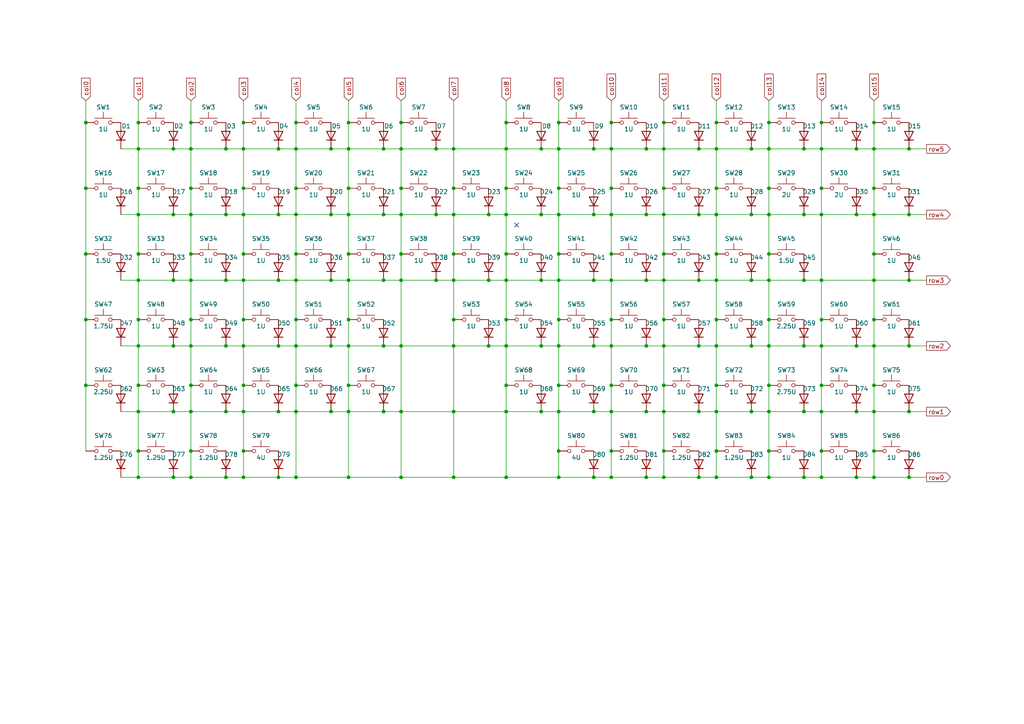
<source format=kicad_sch>
(kicad_sch (version 20230121) (generator eeschema)
  (paper "A4")
  (title_block (title "Keyboard") (date "2023-11-28") (rev "1.0"))
  (junction (at 116.332 73.66))
  (junction (at 177.292 62.23))
  (junction (at 50.292 43.18))
  (junction (at 253.492 43.18))
  (junction (at 223.012 54.61))
  (junction (at 146.812 81.28))
  (junction (at 116.332 35.56))
  (junction (at 192.532 62.23))
  (junction (at 217.932 81.28))
  (junction (at 111.252 43.18))
  (junction (at 162.052 43.18))
  (junction (at 156.972 81.28))
  (junction (at 116.332 62.23))
  (junction (at 233.172 100.33))
  (junction (at 192.532 54.61))
  (junction (at 85.852 100.33))
  (junction (at 156.972 43.18))
  (junction (at 156.972 100.33))
  (junction (at 263.652 43.18))
  (junction (at 177.292 100.33))
  (junction (at 101.092 92.71))
  (junction (at 126.492 43.18))
  (junction (at 177.292 119.38))
  (junction (at 96.012 62.23))
  (junction (at 162.052 62.23))
  (junction (at 253.492 81.28))
  (junction (at 101.092 100.33))
  (junction (at 65.532 119.38))
  (junction (at 192.532 119.38))
  (junction (at 253.492 100.33))
  (junction (at 55.372 100.33))
  (junction (at 80.772 100.33))
  (junction (at 96.012 119.38))
  (junction (at 202.692 100.33))
  (junction (at 146.812 138.43))
  (junction (at 55.372 73.66))
  (junction (at 131.572 43.18))
  (junction (at 141.732 81.28))
  (junction (at 233.172 138.43))
  (junction (at 116.332 119.38))
  (junction (at 40.132 130.81))
  (junction (at 55.372 138.43))
  (junction (at 223.012 119.38))
  (junction (at 207.772 100.33))
  (junction (at 96.012 81.28))
  (junction (at 55.372 54.61))
  (junction (at 101.092 111.76))
  (junction (at 223.012 111.76))
  (junction (at 187.452 119.38))
  (junction (at 141.732 62.23))
  (junction (at 238.252 54.61))
  (junction (at 55.372 130.81))
  (junction (at 177.292 43.18))
  (junction (at 111.252 100.33))
  (junction (at 207.772 138.43))
  (junction (at 202.692 81.28))
  (junction (at 248.412 119.38))
  (junction (at 40.132 111.76))
  (junction (at 192.532 92.71))
  (junction (at 172.212 119.38))
  (junction (at 162.052 73.66))
  (junction (at 253.492 54.61))
  (junction (at 146.812 119.38))
  (junction (at 85.852 138.43))
  (junction (at 116.332 100.33))
  (junction (at 162.052 130.81))
  (junction (at 101.092 43.18))
  (junction (at 146.812 111.76))
  (junction (at 101.092 62.23))
  (junction (at 162.052 92.71))
  (junction (at 223.012 138.43))
  (junction (at 177.292 92.71))
  (junction (at 223.012 100.33))
  (junction (at 85.852 92.71))
  (junction (at 40.132 119.38))
  (junction (at 50.292 119.38))
  (junction (at 172.212 62.23))
  (junction (at 85.852 111.76))
  (junction (at 70.612 92.71))
  (junction (at 207.772 35.56))
  (junction (at 24.892 92.71))
  (junction (at 101.092 54.61))
  (junction (at 126.492 62.23))
  (junction (at 146.812 92.71))
  (junction (at 263.652 100.33))
  (junction (at 177.292 81.28))
  (junction (at 40.132 43.18))
  (junction (at 187.452 62.23))
  (junction (at 172.212 43.18))
  (junction (at 146.812 43.18))
  (junction (at 146.812 73.66))
  (junction (at 55.372 92.71))
  (junction (at 238.252 119.38))
  (junction (at 24.892 54.61))
  (junction (at 238.252 138.43))
  (junction (at 85.852 73.66))
  (junction (at 131.572 54.61))
  (junction (at 162.052 119.38))
  (junction (at 70.612 111.76))
  (junction (at 70.612 119.38))
  (junction (at 50.292 62.23))
  (junction (at 248.412 100.33))
  (junction (at 248.412 43.18))
  (junction (at 55.372 62.23))
  (junction (at 55.372 35.56))
  (junction (at 131.572 100.33))
  (junction (at 85.852 43.18))
  (junction (at 263.652 81.28))
  (junction (at 24.892 111.76))
  (junction (at 223.012 35.56))
  (junction (at 40.132 100.33))
  (junction (at 40.132 62.23))
  (junction (at 70.612 130.81))
  (junction (at 131.572 62.23))
  (junction (at 156.972 119.38))
  (junction (at 116.332 81.28))
  (junction (at 131.572 92.71))
  (junction (at 187.452 81.28))
  (junction (at 207.772 62.23))
  (junction (at 187.452 138.43))
  (junction (at 223.012 92.71))
  (junction (at 217.932 119.38))
  (junction (at 253.492 119.38))
  (junction (at 101.092 119.38))
  (junction (at 40.132 138.43))
  (junction (at 70.612 81.28))
  (junction (at 70.612 100.33))
  (junction (at 162.052 54.61))
  (junction (at 177.292 73.66))
  (junction (at 207.772 119.38))
  (junction (at 101.092 81.28))
  (junction (at 65.532 138.43))
  (junction (at 238.252 81.28))
  (junction (at 65.532 100.33))
  (junction (at 146.812 100.33))
  (junction (at 55.372 81.28))
  (junction (at 217.932 138.43))
  (junction (at 192.532 111.76))
  (junction (at 70.612 35.56))
  (junction (at 80.772 138.43))
  (junction (at 253.492 111.76))
  (junction (at 192.532 35.56))
  (junction (at 40.132 35.56))
  (junction (at 223.012 130.81))
  (junction (at 96.012 43.18))
  (junction (at 223.012 81.28))
  (junction (at 55.372 119.38))
  (junction (at 233.172 119.38))
  (junction (at 263.652 138.43))
  (junction (at 187.452 43.18))
  (junction (at 101.092 35.56))
  (junction (at 217.932 43.18))
  (junction (at 192.532 138.43))
  (junction (at 24.892 35.56))
  (junction (at 85.852 35.56))
  (junction (at 177.292 35.56))
  (junction (at 172.212 100.33))
  (junction (at 207.772 73.66))
  (junction (at 162.052 138.43))
  (junction (at 50.292 81.28))
  (junction (at 70.612 43.18))
  (junction (at 65.532 81.28))
  (junction (at 223.012 73.66))
  (junction (at 207.772 92.71))
  (junction (at 233.172 62.23))
  (junction (at 238.252 43.18))
  (junction (at 80.772 119.38))
  (junction (at 238.252 35.56))
  (junction (at 116.332 54.61))
  (junction (at 177.292 138.43))
  (junction (at 96.012 100.33))
  (junction (at 55.372 43.18))
  (junction (at 202.692 62.23))
  (junction (at 80.772 62.23))
  (junction (at 70.612 54.61))
  (junction (at 223.012 43.18))
  (junction (at 238.252 111.76))
  (junction (at 70.612 138.43))
  (junction (at 101.092 73.66))
  (junction (at 253.492 35.56))
  (junction (at 65.532 43.18))
  (junction (at 50.292 138.43))
  (junction (at 253.492 92.71))
  (junction (at 177.292 111.76))
  (junction (at 253.492 73.66))
  (junction (at 65.532 62.23))
  (junction (at 187.452 100.33))
  (junction (at 202.692 119.38))
  (junction (at 253.492 138.43))
  (junction (at 192.532 130.81))
  (junction (at 85.852 62.23))
  (junction (at 192.532 73.66))
  (junction (at 223.012 62.23))
  (junction (at 207.772 81.28))
  (junction (at 263.652 119.38))
  (junction (at 192.532 100.33))
  (junction (at 202.692 138.43))
  (junction (at 233.172 43.18))
  (junction (at 70.612 62.23))
  (junction (at 207.772 111.76))
  (junction (at 116.332 138.43))
  (junction (at 162.052 35.56))
  (junction (at 192.532 43.18))
  (junction (at 85.852 81.28))
  (junction (at 156.972 62.23))
  (junction (at 172.212 81.28))
  (junction (at 162.052 100.33))
  (junction (at 248.412 138.43))
  (junction (at 85.852 54.61))
  (junction (at 248.412 62.23))
  (junction (at 116.332 43.18))
  (junction (at 217.932 62.23))
  (junction (at 131.572 81.28))
  (junction (at 70.612 73.66))
  (junction (at 238.252 92.71))
  (junction (at 40.132 81.28))
  (junction (at 233.172 81.28))
  (junction (at 146.812 54.61))
  (junction (at 40.132 73.66))
  (junction (at 50.292 100.33))
  (junction (at 207.772 54.61))
  (junction (at 162.052 81.28))
  (junction (at 177.292 130.81))
  (junction (at 126.492 81.28))
  (junction (at 141.732 100.33))
  (junction (at 238.252 130.81))
  (junction (at 146.812 35.56))
  (junction (at 131.572 138.43))
  (junction (at 162.052 111.76))
  (junction (at 85.852 119.38))
  (junction (at 111.252 119.38))
  (junction (at 253.492 130.81))
  (junction (at 217.932 100.33))
  (junction (at 177.292 54.61))
  (junction (at 253.492 62.23))
  (junction (at 40.132 92.71))
  (junction (at 202.692 43.18))
  (junction (at 80.772 43.18))
  (junction (at 207.772 43.18))
  (junction (at 238.252 62.23))
  (junction (at 24.892 73.66))
  (junction (at 101.092 138.43))
  (junction (at 131.572 119.38))
  (junction (at 263.652 62.23))
  (junction (at 111.252 62.23))
  (junction (at 55.372 111.76))
  (junction (at 192.532 81.28))
  (junction (at 238.252 100.33))
  (junction (at 80.772 81.28))
  (junction (at 111.252 81.28))
  (junction (at 207.772 130.81))
  (junction (at 40.132 54.61))
  (junction (at 131.572 73.66))
  (junction (at 172.212 138.43))
  (junction (at 146.812 62.23))
  (no_connect (at 93.472 -8.636))
  (no_connect (at 149.86 65.278))
  (no_connect (at -50.292 58.674))
  (wire (pts (xy 116.332 81.28) (xy 116.332 100.33)))
  (wire (pts (xy 177.292 130.81) (xy 177.292 138.43)))
  (wire (pts (xy 146.812 81.28) (xy 156.972 81.28)))
  (wire (pts (xy 177.292 73.66) (xy 177.292 81.28)))
  (wire (pts (xy 40.132 29.21) (xy 40.132 35.56)))
  (wire (pts (xy 192.532 81.28) (xy 192.532 92.71)))
  (wire (pts (xy 70.612 100.33) (xy 80.772 100.33)))
  (wire (pts (xy 253.492 130.81) (xy 253.492 138.43)))
  (wire (pts (xy 50.292 138.43) (xy 55.372 138.43)))
  (wire (pts (xy 55.372 92.71) (xy 55.372 100.33)))
  (wire (pts (xy 177.292 62.23) (xy 177.292 73.66)))
  (wire (pts (xy 238.252 100.33) (xy 248.412 100.33)))
  (wire (pts (xy 85.852 43.18) (xy 96.012 43.18)))
  (wire (pts (xy 80.772 43.18) (xy 85.852 43.18)))
  (wire (pts (xy 40.132 73.66) (xy 40.132 81.28)))
  (wire (pts (xy 177.292 100.33) (xy 177.292 111.76)))
  (wire (pts (xy 146.812 62.23) (xy 146.812 73.66)))
  (wire (pts (xy 85.852 62.23) (xy 85.852 73.66)))
  (wire (pts (xy 40.132 130.81) (xy 40.132 138.43)))
  (wire (pts (xy 111.252 81.28) (xy 116.332 81.28)))
  (wire (pts (xy 172.212 43.18) (xy 177.292 43.18)))
  (wire (pts (xy 40.132 54.61) (xy 40.132 62.23)))
  (wire (pts (xy 263.652 62.23) (xy 268.732 62.23)))
  (wire (pts (xy 101.092 62.23) (xy 101.092 73.66)))
  (wire (pts (xy 40.132 43.18) (xy 40.132 54.61)))
  (wire (pts (xy 101.092 54.61) (xy 101.092 62.23)))
  (wire (pts (xy 146.812 100.33) (xy 156.972 100.33)))
  (wire (pts (xy 238.252 130.81) (xy 238.252 138.43)))
  (wire (pts (xy 263.652 43.18) (xy 268.732 43.18)))
  (wire (pts (xy 85.852 81.28) (xy 85.852 92.71)))
  (wire (pts (xy 35.052 43.18) (xy 40.132 43.18)))
  (wire (pts (xy 263.652 119.38) (xy 268.732 119.38)))
  (wire (pts (xy 146.812 35.56) (xy 146.812 43.18)))
  (wire (pts (xy 146.812 92.71) (xy 146.812 100.33)))
  (wire (pts (xy 146.812 43.18) (xy 156.972 43.18)))
  (wire (pts (xy 96.012 81.28) (xy 101.092 81.28)))
  (wire (pts (xy 101.092 43.18) (xy 101.092 54.61)))
  (wire (pts (xy 40.132 43.18) (xy 50.292 43.18)))
  (wire (pts (xy 192.532 119.38) (xy 202.692 119.38)))
  (wire (pts (xy 192.532 43.18) (xy 192.532 54.61)))
  (wire (pts (xy 55.372 119.38) (xy 65.532 119.38)))
  (wire (pts (xy 207.772 62.23) (xy 207.772 73.66)))
  (wire (pts (xy 233.172 119.38) (xy 238.252 119.38)))
  (wire (pts (xy 101.092 119.38) (xy 101.092 138.43)))
  (wire (pts (xy 207.772 81.28) (xy 207.772 92.71)))
  (wire (pts (xy 85.852 81.28) (xy 96.012 81.28)))
  (wire (pts (xy 207.772 130.81) (xy 207.772 138.43)))
  (wire (pts (xy 141.732 81.28) (xy 146.812 81.28)))
  (wire (pts (xy 85.852 43.18) (xy 85.852 54.61)))
  (wire (pts (xy 126.492 43.18) (xy 131.572 43.18)))
  (wire (pts (xy 131.572 73.66) (xy 131.572 81.28)))
  (wire (pts (xy 192.532 100.33) (xy 202.692 100.33)))
  (wire (pts (xy 101.092 100.33) (xy 111.252 100.33)))
  (wire (pts (xy 192.532 119.38) (xy 192.532 130.81)))
  (wire (pts (xy 146.812 43.18) (xy 146.812 54.61)))
  (wire (pts (xy 238.252 54.61) (xy 238.252 62.23)))
  (wire (pts (xy 172.212 100.33) (xy 177.292 100.33)))
  (wire (pts (xy 202.692 138.43) (xy 207.772 138.43)))
  (wire (pts (xy 263.652 138.43) (xy 268.732 138.43)))
  (wire (pts (xy 50.292 81.28) (xy 55.372 81.28)))
  (wire (pts (xy 80.772 100.33) (xy 85.852 100.33)))
  (wire (pts (xy 238.252 29.21) (xy 238.252 35.56)))
  (wire (pts (xy 85.852 119.38) (xy 96.012 119.38)))
  (wire (pts (xy 131.572 62.23) (xy 131.572 73.66)))
  (wire (pts (xy 116.332 81.28) (xy 126.492 81.28)))
  (wire (pts (xy 233.172 62.23) (xy 238.252 62.23)))
  (wire (pts (xy 192.532 138.43) (xy 202.692 138.43)))
  (wire (pts (xy 253.492 43.18) (xy 253.492 54.61)))
  (wire (pts (xy 253.492 81.28) (xy 253.492 92.71)))
  (wire (pts (xy 223.012 100.33) (xy 223.012 111.76)))
  (wire (pts (xy 253.492 111.76) (xy 253.492 119.38)))
  (wire (pts (xy 162.052 138.43) (xy 172.212 138.43)))
  (wire (pts (xy 233.172 138.43) (xy 238.252 138.43)))
  (wire (pts (xy 141.732 100.33) (xy 146.812 100.33)))
  (wire (pts (xy 96.012 43.18) (xy 101.092 43.18)))
  (wire (pts (xy 207.772 138.43) (xy 217.932 138.43)))
  (wire (pts (xy 238.252 43.18) (xy 238.252 54.61)))
  (wire (pts (xy 55.372 62.23) (xy 55.372 73.66)))
  (wire (pts (xy 192.532 130.81) (xy 192.532 138.43)))
  (wire (pts (xy 156.972 43.18) (xy 162.052 43.18)))
  (wire (pts (xy 131.572 119.38) (xy 131.572 138.43)))
  (wire (pts (xy 207.772 29.21) (xy 207.772 35.56)))
  (wire (pts (xy 177.292 35.56) (xy 177.292 43.18)))
  (wire (pts (xy 177.292 138.43) (xy 187.452 138.43)))
  (wire (pts (xy 177.292 43.18) (xy 187.452 43.18)))
  (wire (pts (xy 177.292 62.23) (xy 187.452 62.23)))
  (wire (pts (xy 187.452 119.38) (xy 192.532 119.38)))
  (wire (pts (xy 96.012 119.38) (xy 101.092 119.38)))
  (wire (pts (xy 162.052 92.71) (xy 162.052 100.33)))
  (wire (pts (xy 116.332 73.66) (xy 116.332 81.28)))
  (wire (pts (xy 162.052 54.61) (xy 162.052 62.23)))
  (wire (pts (xy 202.692 43.18) (xy 207.772 43.18)))
  (wire (pts (xy 238.252 81.28) (xy 253.492 81.28)))
  (wire (pts (xy 172.212 119.38) (xy 177.292 119.38)))
  (wire (pts (xy 116.332 43.18) (xy 126.492 43.18)))
  (wire (pts (xy 146.812 111.76) (xy 146.812 119.38)))
  (wire (pts (xy 253.492 119.38) (xy 263.652 119.38)))
  (wire (pts (xy 55.372 81.28) (xy 65.532 81.28)))
  (wire (pts (xy 207.772 119.38) (xy 207.772 130.81)))
  (wire (pts (xy 156.972 119.38) (xy 162.052 119.38)))
  (wire (pts (xy 70.612 119.38) (xy 80.772 119.38)))
  (wire (pts (xy 223.012 138.43) (xy 233.172 138.43)))
  (wire (pts (xy 70.612 29.21) (xy 70.612 35.56)))
  (wire (pts (xy 70.612 43.18) (xy 80.772 43.18)))
  (wire (pts (xy 192.532 73.66) (xy 192.532 81.28)))
  (wire (pts (xy 253.492 100.33) (xy 263.652 100.33)))
  (wire (pts (xy 156.972 100.33) (xy 162.052 100.33)))
  (wire (pts (xy 131.572 62.23) (xy 141.732 62.23)))
  (wire (pts (xy 223.012 43.18) (xy 223.012 54.61)))
  (wire (pts (xy 131.572 119.38) (xy 146.812 119.38)))
  (wire (pts (xy 223.012 62.23) (xy 223.012 73.66)))
  (wire (pts (xy 233.172 81.28) (xy 238.252 81.28)))
  (wire (pts (xy 238.252 138.43) (xy 248.412 138.43)))
  (wire (pts (xy 70.612 119.38) (xy 70.612 130.81)))
  (wire (pts (xy 80.772 62.23) (xy 85.852 62.23)))
  (wire (pts (xy 65.532 43.18) (xy 70.612 43.18)))
  (wire (pts (xy 156.972 81.28) (xy 162.052 81.28)))
  (wire (pts (xy 207.772 54.61) (xy 207.772 62.23)))
  (wire (pts (xy 65.532 100.33) (xy 70.612 100.33)))
  (wire (pts (xy 101.092 29.21) (xy 101.092 35.56)))
  (wire (pts (xy 162.052 119.38) (xy 162.052 130.81)))
  (wire (pts (xy 40.132 81.28) (xy 40.132 92.71)))
  (wire (pts (xy 192.532 62.23) (xy 192.532 73.66)))
  (wire (pts (xy 223.012 81.28) (xy 223.012 92.71)))
  (wire (pts (xy 192.532 81.28) (xy 202.692 81.28)))
  (wire (pts (xy 80.772 119.38) (xy 85.852 119.38)))
  (wire (pts (xy 263.652 100.33) (xy 268.732 100.33)))
  (wire (pts (xy 126.492 62.23) (xy 131.572 62.23)))
  (wire (pts (xy 131.572 92.71) (xy 131.572 100.33)))
  (wire (pts (xy 24.892 92.71) (xy 24.892 111.76)))
  (wire (pts (xy 187.452 43.18) (xy 192.532 43.18)))
  (wire (pts (xy 131.572 29.21) (xy 131.572 43.18)))
  (wire (pts (xy 217.932 100.33) (xy 223.012 100.33)))
  (wire (pts (xy 187.452 62.23) (xy 192.532 62.23)))
  (wire (pts (xy 207.772 100.33) (xy 217.932 100.33)))
  (wire (pts (xy 162.052 73.66) (xy 162.052 81.28)))
  (wire (pts (xy 192.532 35.56) (xy 192.532 43.18)))
  (wire (pts (xy 187.452 81.28) (xy 192.532 81.28)))
  (wire (pts (xy 116.332 138.43) (xy 131.572 138.43)))
  (wire (pts (xy 223.012 130.81) (xy 223.012 138.43)))
  (wire (pts (xy 40.132 100.33) (xy 40.132 111.76)))
  (wire (pts (xy 238.252 35.56) (xy 238.252 43.18)))
  (wire (pts (xy 70.612 92.71) (xy 70.612 100.33)))
  (wire (pts (xy 116.332 29.21) (xy 116.332 35.56)))
  (wire (pts (xy 162.052 62.23) (xy 162.052 73.66)))
  (wire (pts (xy 101.092 62.23) (xy 111.252 62.23)))
  (wire (pts (xy 65.532 119.38) (xy 70.612 119.38)))
  (wire (pts (xy 55.372 100.33) (xy 65.532 100.33)))
  (wire (pts (xy 70.612 100.33) (xy 70.612 111.76)))
  (wire (pts (xy 55.372 81.28) (xy 55.372 92.71)))
  (wire (pts (xy 101.092 92.71) (xy 101.092 100.33)))
  (wire (pts (xy 50.292 62.23) (xy 55.372 62.23)))
  (wire (pts (xy 238.252 100.33) (xy 238.252 111.76)))
  (wire (pts (xy 70.612 73.66) (xy 70.612 81.28)))
  (wire (pts (xy 187.452 100.33) (xy 192.532 100.33)))
  (wire (pts (xy 85.852 54.61) (xy 85.852 62.23)))
  (wire (pts (xy 101.092 81.28) (xy 111.252 81.28)))
  (wire (pts (xy 233.172 100.33) (xy 238.252 100.33)))
  (wire (pts (xy 24.892 54.61) (xy 24.892 73.66)))
  (wire (pts (xy 70.612 81.28) (xy 80.772 81.28)))
  (wire (pts (xy 55.372 29.21) (xy 55.372 35.56)))
  (wire (pts (xy 223.012 81.28) (xy 233.172 81.28)))
  (wire (pts (xy 172.212 81.28) (xy 177.292 81.28)))
  (wire (pts (xy 101.092 43.18) (xy 111.252 43.18)))
  (wire (pts (xy 207.772 43.18) (xy 217.932 43.18)))
  (wire (pts (xy 35.052 62.23) (xy 40.132 62.23)))
  (wire (pts (xy 40.132 119.38) (xy 40.132 130.81)))
  (wire (pts (xy 116.332 43.18) (xy 116.332 54.61)))
  (wire (pts (xy 146.812 119.38) (xy 156.972 119.38)))
  (wire (pts (xy 177.292 92.71) (xy 177.292 100.33)))
  (wire (pts (xy 116.332 54.61) (xy 116.332 62.23)))
  (wire (pts (xy 207.772 73.66) (xy 207.772 81.28)))
  (wire (pts (xy 24.892 111.76) (xy 24.892 130.81)))
  (wire (pts (xy 146.812 138.43) (xy 162.052 138.43)))
  (wire (pts (xy 177.292 54.61) (xy 177.292 62.23)))
  (wire (pts (xy 238.252 62.23) (xy 248.412 62.23)))
  (wire (pts (xy 131.572 81.28) (xy 131.572 92.71)))
  (wire (pts (xy 207.772 92.71) (xy 207.772 100.33)))
  (wire (pts (xy 146.812 54.61) (xy 146.812 62.23)))
  (wire (pts (xy 85.852 62.23) (xy 96.012 62.23)))
  (wire (pts (xy 101.092 119.38) (xy 111.252 119.38)))
  (wire (pts (xy 146.812 29.21) (xy 146.812 35.56)))
  (wire (pts (xy 101.092 35.56) (xy 101.092 43.18)))
  (wire (pts (xy 55.372 35.56) (xy 55.372 43.18)))
  (wire (pts (xy 111.252 43.18) (xy 116.332 43.18)))
  (wire (pts (xy 80.772 138.43) (xy 85.852 138.43)))
  (wire (pts (xy 96.012 62.23) (xy 101.092 62.23)))
  (wire (pts (xy 65.532 81.28) (xy 70.612 81.28)))
  (wire (pts (xy 253.492 62.23) (xy 263.652 62.23)))
  (wire (pts (xy 223.012 111.76) (xy 223.012 119.38)))
  (wire (pts (xy 116.332 100.33) (xy 116.332 119.38)))
  (wire (pts (xy 192.532 54.61) (xy 192.532 62.23)))
  (wire (pts (xy 70.612 43.18) (xy 70.612 54.61)))
  (wire (pts (xy 177.292 29.21) (xy 177.292 35.56)))
  (wire (pts (xy 238.252 119.38) (xy 238.252 130.81)))
  (wire (pts (xy 85.852 92.71) (xy 85.852 100.33)))
  (wire (pts (xy 253.492 29.21) (xy 253.492 35.56)))
  (wire (pts (xy 35.052 81.28) (xy 40.132 81.28)))
  (wire (pts (xy 85.852 73.66) (xy 85.852 81.28)))
  (wire (pts (xy 162.052 43.18) (xy 172.212 43.18)))
  (wire (pts (xy 207.772 100.33) (xy 207.772 111.76)))
  (wire (pts (xy 202.692 100.33) (xy 207.772 100.33)))
  (wire (pts (xy 131.572 100.33) (xy 141.732 100.33)))
  (wire (pts (xy 50.292 119.38) (xy 55.372 119.38)))
  (wire (pts (xy 70.612 130.81) (xy 70.612 138.43)))
  (wire (pts (xy 40.132 100.33) (xy 50.292 100.33)))
  (wire (pts (xy 223.012 92.71) (xy 223.012 100.33)))
  (wire (pts (xy 35.052 119.38) (xy 40.132 119.38)))
  (wire (pts (xy 248.412 138.43) (xy 253.492 138.43)))
  (wire (pts (xy 50.292 100.33) (xy 55.372 100.33)))
  (wire (pts (xy 162.052 100.33) (xy 172.212 100.33)))
  (wire (pts (xy 162.052 43.18) (xy 162.052 54.61)))
  (wire (pts (xy 35.052 100.33) (xy 40.132 100.33)))
  (wire (pts (xy 202.692 62.23) (xy 207.772 62.23)))
  (wire (pts (xy 85.852 35.56) (xy 85.852 43.18)))
  (wire (pts (xy 55.372 43.18) (xy 55.372 54.61)))
  (wire (pts (xy 207.772 43.18) (xy 207.772 54.61)))
  (wire (pts (xy 177.292 119.38) (xy 187.452 119.38)))
  (wire (pts (xy 223.012 119.38) (xy 233.172 119.38)))
  (wire (pts (xy 217.932 119.38) (xy 223.012 119.38)))
  (wire (pts (xy 116.332 100.33) (xy 131.572 100.33)))
  (wire (pts (xy 131.572 81.28) (xy 141.732 81.28)))
  (wire (pts (xy 223.012 73.66) (xy 223.012 81.28)))
  (wire (pts (xy 40.132 138.43) (xy 50.292 138.43)))
  (wire (pts (xy 217.932 138.43) (xy 223.012 138.43)))
  (wire (pts (xy 24.892 35.56) (xy 24.892 54.61)))
  (wire (pts (xy 177.292 119.38) (xy 177.292 130.81)))
  (wire (pts (xy 146.812 73.66) (xy 146.812 81.28)))
  (wire (pts (xy 40.132 92.71) (xy 40.132 100.33)))
  (wire (pts (xy 55.372 73.66) (xy 55.372 81.28)))
  (wire (pts (xy 131.572 54.61) (xy 131.572 62.23)))
  (wire (pts (xy 207.772 81.28) (xy 217.932 81.28)))
  (wire (pts (xy 50.292 43.18) (xy 55.372 43.18)))
  (wire (pts (xy 238.252 81.28) (xy 238.252 92.71)))
  (wire (pts (xy 55.372 119.38) (xy 55.372 130.81)))
  (wire (pts (xy 177.292 100.33) (xy 187.452 100.33)))
  (wire (pts (xy 146.812 81.28) (xy 146.812 92.71)))
  (wire (pts (xy 70.612 111.76) (xy 70.612 119.38)))
  (wire (pts (xy 162.052 35.56) (xy 162.052 43.18)))
  (wire (pts (xy 24.892 29.21) (xy 24.892 35.56)))
  (wire (pts (xy 65.532 62.23) (xy 70.612 62.23)))
  (wire (pts (xy 207.772 119.38) (xy 217.932 119.38)))
  (wire (pts (xy 238.252 43.18) (xy 248.412 43.18)))
  (wire (pts (xy 55.372 43.18) (xy 65.532 43.18)))
  (wire (pts (xy 172.212 62.23) (xy 177.292 62.23)))
  (wire (pts (xy 253.492 35.56) (xy 253.492 43.18)))
  (wire (pts (xy 80.772 81.28) (xy 85.852 81.28)))
  (wire (pts (xy 217.932 81.28) (xy 223.012 81.28)))
  (wire (pts (xy 70.612 62.23) (xy 80.772 62.23)))
  (wire (pts (xy 55.372 100.33) (xy 55.372 111.76)))
  (wire (pts (xy 162.052 119.38) (xy 172.212 119.38)))
  (wire (pts (xy 263.652 81.28) (xy 268.732 81.28)))
  (wire (pts (xy 223.012 119.38) (xy 223.012 130.81)))
  (wire (pts (xy 162.052 100.33) (xy 162.052 111.76)))
  (wire (pts (xy 177.292 81.28) (xy 177.292 92.71)))
  (wire (pts (xy 162.052 81.28) (xy 162.052 92.71)))
  (wire (pts (xy 40.132 119.38) (xy 50.292 119.38)))
  (wire (pts (xy 85.852 100.33) (xy 85.852 111.76)))
  (wire (pts (xy 253.492 43.18) (xy 263.652 43.18)))
  (wire (pts (xy 55.372 62.23) (xy 65.532 62.23)))
  (wire (pts (xy 162.052 81.28) (xy 172.212 81.28)))
  (wire (pts (xy 116.332 62.23) (xy 116.332 73.66)))
  (wire (pts (xy 253.492 54.61) (xy 253.492 62.23)))
  (wire (pts (xy 40.132 111.76) (xy 40.132 119.38)))
  (wire (pts (xy 101.092 100.33) (xy 101.092 111.76)))
  (wire (pts (xy 126.492 81.28) (xy 131.572 81.28)))
  (wire (pts (xy 177.292 43.18) (xy 177.292 54.61)))
  (wire (pts (xy 162.052 111.76) (xy 162.052 119.38)))
  (wire (pts (xy 207.772 35.56) (xy 207.772 43.18)))
  (wire (pts (xy 101.092 73.66) (xy 101.092 81.28)))
  (wire (pts (xy 192.532 92.71) (xy 192.532 100.33)))
  (wire (pts (xy 238.252 92.71) (xy 238.252 100.33)))
  (wire (pts (xy 70.612 62.23) (xy 70.612 73.66)))
  (wire (pts (xy 238.252 62.23) (xy 238.252 81.28)))
  (wire (pts (xy 192.532 29.21) (xy 192.532 35.56)))
  (wire (pts (xy 55.372 111.76) (xy 55.372 119.38)))
  (wire (pts (xy 223.012 100.33) (xy 233.172 100.33)))
  (wire (pts (xy 85.852 100.33) (xy 96.012 100.33)))
  (wire (pts (xy 40.132 35.56) (xy 40.132 43.18)))
  (wire (pts (xy 202.692 119.38) (xy 207.772 119.38)))
  (wire (pts (xy 101.092 81.28) (xy 101.092 92.71)))
  (wire (pts (xy 253.492 100.33) (xy 253.492 111.76)))
  (wire (pts (xy 101.092 111.76) (xy 101.092 119.38)))
  (wire (pts (xy 192.532 43.18) (xy 202.692 43.18)))
  (wire (pts (xy 223.012 29.21) (xy 223.012 35.56)))
  (wire (pts (xy 40.132 62.23) (xy 50.292 62.23)))
  (wire (pts (xy 207.772 111.76) (xy 207.772 119.38)))
  (wire (pts (xy 55.372 138.43) (xy 65.532 138.43)))
  (wire (pts (xy 116.332 119.38) (xy 116.332 138.43)))
  (wire (pts (xy 177.292 81.28) (xy 187.452 81.28)))
  (wire (pts (xy 253.492 81.28) (xy 263.652 81.28)))
  (wire (pts (xy 217.932 62.23) (xy 223.012 62.23)))
  (wire (pts (xy 223.012 62.23) (xy 233.172 62.23)))
  (wire (pts (xy 217.932 43.18) (xy 223.012 43.18)))
  (wire (pts (xy 141.732 62.23) (xy 146.812 62.23)))
  (wire (pts (xy 40.132 62.23) (xy 40.132 73.66)))
  (wire (pts (xy 116.332 119.38) (xy 131.572 119.38)))
  (wire (pts (xy 253.492 73.66) (xy 253.492 81.28)))
  (wire (pts (xy 85.852 29.21) (xy 85.852 35.56)))
  (wire (pts (xy 131.572 100.33) (xy 131.572 119.38)))
  (wire (pts (xy 96.012 100.33) (xy 101.092 100.33)))
  (wire (pts (xy 248.412 119.38) (xy 253.492 119.38)))
  (wire (pts (xy 253.492 62.23) (xy 253.492 73.66)))
  (wire (pts (xy 116.332 62.23) (xy 126.492 62.23)))
  (wire (pts (xy 24.892 73.66) (xy 24.892 92.71)))
  (wire (pts (xy 238.252 111.76) (xy 238.252 119.38)))
  (wire (pts (xy 55.372 130.81) (xy 55.372 138.43)))
  (wire (pts (xy 85.852 119.38) (xy 85.852 138.43)))
  (wire (pts (xy 146.812 100.33) (xy 146.812 111.76)))
  (wire (pts (xy 65.532 138.43) (xy 70.612 138.43)))
  (wire (pts (xy 177.292 111.76) (xy 177.292 119.38)))
  (wire (pts (xy 116.332 35.56) (xy 116.332 43.18)))
  (wire (pts (xy 207.772 62.23) (xy 217.932 62.23)))
  (wire (pts (xy 162.052 62.23) (xy 172.212 62.23)))
  (wire (pts (xy 162.052 130.81) (xy 162.052 138.43)))
  (wire (pts (xy 202.692 81.28) (xy 207.772 81.28)))
  (wire (pts (xy 70.612 81.28) (xy 70.612 92.71)))
  (wire (pts (xy 253.492 119.38) (xy 253.492 130.81)))
  (wire (pts (xy 248.412 62.23) (xy 253.492 62.23)))
  (wire (pts (xy 85.852 138.43) (xy 101.092 138.43)))
  (wire (pts (xy 111.252 62.23) (xy 116.332 62.23)))
  (wire (pts (xy 156.972 62.23) (xy 162.052 62.23)))
  (wire (pts (xy 55.372 54.61) (xy 55.372 62.23)))
  (wire (pts (xy 223.012 35.56) (xy 223.012 43.18)))
  (wire (pts (xy 248.412 100.33) (xy 253.492 100.33)))
  (wire (pts (xy 253.492 92.71) (xy 253.492 100.33)))
  (wire (pts (xy 172.212 138.43) (xy 177.292 138.43)))
  (wire (pts (xy 238.252 119.38) (xy 248.412 119.38)))
  (wire (pts (xy 192.532 100.33) (xy 192.532 111.76)))
  (wire (pts (xy 70.612 54.61) (xy 70.612 62.23)))
  (wire (pts (xy 233.172 43.18) (xy 238.252 43.18)))
  (wire (pts (xy 40.132 81.28) (xy 50.292 81.28)))
  (wire (pts (xy 253.492 138.43) (xy 263.652 138.43)))
  (wire (pts (xy 101.092 138.43) (xy 116.332 138.43)))
  (wire (pts (xy 187.452 138.43) (xy 192.532 138.43)))
  (wire (pts (xy 131.572 138.43) (xy 146.812 138.43)))
  (wire (pts (xy 192.532 62.23) (xy 202.692 62.23)))
  (wire (pts (xy 223.012 43.18) (xy 233.172 43.18)))
  (wire (pts (xy 85.852 111.76) (xy 85.852 119.38)))
  (wire (pts (xy 131.572 43.18) (xy 146.812 43.18)))
  (wire (pts (xy 162.052 29.21) (xy 162.052 35.56)))
  (wire (pts (xy 111.252 119.38) (xy 116.332 119.38)))
  (wire (pts (xy 70.612 138.43) (xy 80.772 138.43)))
  (wire (pts (xy 146.812 119.38) (xy 146.812 138.43)))
  (wire (pts (xy 70.612 35.56) (xy 70.612 43.18)))
  (wire (pts (xy 192.532 111.76) (xy 192.532 119.38)))
  (wire (pts (xy 111.252 100.33) (xy 116.332 100.33)))
  (wire (pts (xy 223.012 54.61) (xy 223.012 62.23)))
  (wire (pts (xy 35.052 138.43) (xy 40.132 138.43)))
  (wire (pts (xy 146.812 62.23) (xy 156.972 62.23)))
  (wire (pts (xy 131.572 43.18) (xy 131.572 54.61)))
  (wire (pts (xy 248.412 43.18) (xy 253.492 43.18)))
  (global_label "row2" (shape output) (at 268.732 100.33 0) (property "Intersheetrefs" "${INTERSHEET_REFS}" (effects hide)))
  (global_label "col13" (shape input) (at 223.012 29.21 90) (property "Intersheetrefs" "${INTERSHEET_REFS}" (effects hide)))
  (global_label "row0" (shape output) (at 268.732 138.43 0) (property "Intersheetrefs" "${INTERSHEET_REFS}" (effects hide)))
  (global_label "row1" (shape output) (at 268.732 119.38 0) (property "Intersheetrefs" "${INTERSHEET_REFS}" (effects hide)))
  (global_label "col1" (shape input) (at 40.132 29.21 90) (property "Intersheetrefs" "${INTERSHEET_REFS}" (effects hide)))
  (global_label "col9" (shape input) (at 162.052 29.21 90) (property "Intersheetrefs" "${INTERSHEET_REFS}" (effects hide)))
  (global_label "row3" (shape output) (at 268.732 81.28 0) (property "Intersheetrefs" "${INTERSHEET_REFS}" (effects hide)))
  (global_label "col8" (shape input) (at 146.812 29.21 90) (property "Intersheetrefs" "${INTERSHEET_REFS}" (effects hide)))
  (global_label "col11" (shape input) (at 192.532 29.21 90) (property "Intersheetrefs" "${INTERSHEET_REFS}" (effects hide)))
  (global_label "col3" (shape input) (at 70.612 29.21 90) (property "Intersheetrefs" "${INTERSHEET_REFS}" (effects hide)))
  (global_label "row4" (shape output) (at 268.732 62.23 0) (property "Intersheetrefs" "${INTERSHEET_REFS}" (effects hide)))
  (global_label "col5" (shape input) (at 101.092 29.21 90) (property "Intersheetrefs" "${INTERSHEET_REFS}" (effects hide)))
  (global_label "col7" (shape input) (at 131.572 29.21 90) (property "Intersheetrefs" "${INTERSHEET_REFS}" (effects hide)))
  (global_label "col15" (shape input) (at 253.492 29.21 90) (property "Intersheetrefs" "${INTERSHEET_REFS}" (effects hide)))
  (global_label "col6" (shape input) (at 116.332 29.21 90) (property "Intersheetrefs" "${INTERSHEET_REFS}" (effects hide)))
  (global_label "col12" (shape input) (at 207.772 29.21 90) (property "Intersheetrefs" "${INTERSHEET_REFS}" (effects hide)))
  (global_label "col14" (shape input) (at 238.252 29.21 90) (property "Intersheetrefs" "${INTERSHEET_REFS}" (effects hide)))
  (global_label "col0" (shape input) (at 24.892 29.21 90) (property "Intersheetrefs" "${INTERSHEET_REFS}" (effects hide)))
  (global_label "col2" (shape input) (at 55.372 29.21 90) (property "Intersheetrefs" "${INTERSHEET_REFS}" (effects hide)))
  (global_label "col10" (shape input) (at 177.292 29.21 90) (property "Intersheetrefs" "${INTERSHEET_REFS}" (effects hide)))
  (global_label "col4" (shape input) (at 85.852 29.21 90) (property "Intersheetrefs" "${INTERSHEET_REFS}" (effects hide)))
  (global_label "row5" (shape output) (at 268.732 43.18 0) (property "Intersheetrefs" "${INTERSHEET_REFS}" (effects hide)))
  (symbol (lib_id "Diode:1N4148W") (at 172.212 77.47 90) (unit 1)
    (property "Reference" "D41" (at 173.736 74.676 90))
    (property "Value" "1N4148W" (effects hide))
    (property "Footprint" "Diode_SMD:D_SOD-123" (effects hide))
    (property "Datasheet" "https://www.vishay.com/docs/85748/1n4148w.pdf" (effects hide))
    (property "Sim.Device" "D" (effects hide))
    (property "Sim.Pins" "1=K 2=A" (effects hide))
  )
  (symbol (lib_id "Switch:SW_Push") (at 90.932 35.56 0) (unit 1)
    (property "Reference" "SW5" (at 90.932 31.115 0))
    (property "Value" "1U" (at 90.932 37.465 0))
    (property "Footprint" "PCM_Switch_Keyboard_Hotswap_Kailh:SW_Hotswap_Kailh_MX_1.00u" (effects hide))
  )
  (symbol (lib_id "Switch:SW_Push") (at 45.212 73.66 0) (unit 1)
    (property "Reference" "SW33" (at 45.212 69.215 0))
    (property "Value" "1U" (at 45.212 75.565 0))
    (property "Footprint" "PCM_Switch_Keyboard_Hotswap_Kailh:SW_Hotswap_Kailh_MX_1.00u" (effects hide))
  )
  (symbol (lib_id "Diode:1N4148W") (at 187.452 115.57 90) (unit 1)
    (property "Reference" "D70" (at 188.976 112.776 90))
    (property "Value" "1N4148W" (effects hide))
    (property "Footprint" "Diode_SMD:D_SOD-123" (effects hide))
    (property "Datasheet" "https://www.vishay.com/docs/85748/1n4148w.pdf" (effects hide))
    (property "Sim.Device" "D" (effects hide))
    (property "Sim.Pins" "1=K 2=A" (effects hide))
  )
  (symbol (lib_id "Diode:1N4148W") (at 80.772 134.62 90) (unit 1)
    (property "Reference" "D79" (at 82.296 131.826 90))
    (property "Value" "1N4148W" (effects hide))
    (property "Footprint" "Diode_SMD:D_SOD-123" (effects hide))
    (property "Datasheet" "https://www.vishay.com/docs/85748/1n4148w.pdf" (effects hide))
    (property "Sim.Device" "D" (effects hide))
    (property "Sim.Pins" "1=K 2=A" (effects hide))
  )
  (symbol (lib_id "Switch:SW_Push") (at 75.692 92.71 0) (unit 1)
    (property "Reference" "SW50" (at 75.692 88.265 0))
    (property "Value" "1U" (at 75.692 94.615 0))
    (property "Footprint" "PCM_Switch_Keyboard_Hotswap_Kailh:SW_Hotswap_Kailh_MX_1.00u" (effects hide))
  )
  (symbol (lib_id "Switch:SW_Push") (at 182.372 35.56 0) (unit 1)
    (property "Reference" "SW10" (at 182.372 31.115 0))
    (property "Value" "1U" (at 182.372 37.465 0))
    (property "Footprint" "PCM_Switch_Keyboard_Hotswap_Kailh:SW_Hotswap_Kailh_MX_1.00u" (effects hide))
  )
  (symbol (lib_id "Switch:SW_Push") (at 212.852 130.81 0) (unit 1)
    (property "Reference" "SW83" (at 212.852 126.365 0))
    (property "Value" "1.25U" (at 212.852 132.715 0))
    (property "Footprint" "PCM_Switch_Keyboard_Hotswap_Kailh:SW_Hotswap_Kailh_MX_1.25u" (effects hide))
  )
  (symbol (lib_id "Switch:SW_Push") (at 228.092 73.66 0) (unit 1)
    (property "Reference" "SW45" (at 228.092 69.215 0))
    (property "Value" "1.5U" (at 228.092 75.565 0))
    (property "Footprint" "PCM_Switch_Keyboard_Hotswap_Kailh:SW_Hotswap_Kailh_MX_1.50u" (effects hide))
  )
  (symbol (lib_id "Diode:1N4148W") (at 156.972 77.47 90) (unit 1)
    (property "Reference" "D40" (at 158.496 74.676 90))
    (property "Value" "1N4148W" (effects hide))
    (property "Footprint" "Diode_SMD:D_SOD-123" (effects hide))
    (property "Datasheet" "https://www.vishay.com/docs/85748/1n4148w.pdf" (effects hide))
    (property "Sim.Device" "D" (effects hide))
    (property "Sim.Pins" "1=K 2=A" (effects hide))
  )
  (symbol (lib_id "Diode:1N4148W") (at 80.772 77.47 90) (unit 1)
    (property "Reference" "D35" (at 82.296 74.676 90))
    (property "Value" "1N4148W" (effects hide))
    (property "Footprint" "Diode_SMD:D_SOD-123" (effects hide))
    (property "Datasheet" "https://www.vishay.com/docs/85748/1n4148w.pdf" (effects hide))
    (property "Sim.Device" "D" (effects hide))
    (property "Sim.Pins" "1=K 2=A" (effects hide))
  )
  (symbol (lib_id "Switch:SW_Push") (at 75.692 130.81 0) (unit 1)
    (property "Reference" "SW79" (at 75.692 126.365 0))
    (property "Value" "4U" (at 75.692 132.715 0))
    (property "Footprint" "PCM_Switch_Keyboard_Hotswap_Kailh:SW_Hotswap_Kailh_MX_4.00u" (effects hide))
  )
  (symbol (lib_id "Diode:1N4148W") (at 156.972 58.42 90) (unit 1)
    (property "Reference" "D24" (at 158.496 55.626 90))
    (property "Value" "1N4148W" (effects hide))
    (property "Footprint" "Diode_SMD:D_SOD-123" (effects hide))
    (property "Datasheet" "https://www.vishay.com/docs/85748/1n4148w.pdf" (effects hide))
    (property "Sim.Device" "D" (effects hide))
    (property "Sim.Pins" "1=K 2=A" (effects hide))
  )
  (symbol (lib_id "Diode:1N4148W") (at 50.292 115.57 90) (unit 1)
    (property "Reference" "D63" (at 51.816 112.776 90))
    (property "Value" "1N4148W" (effects hide))
    (property "Footprint" "Diode_SMD:D_SOD-123" (effects hide))
    (property "Datasheet" "https://www.vishay.com/docs/85748/1n4148w.pdf" (effects hide))
    (property "Sim.Device" "D" (effects hide))
    (property "Sim.Pins" "1=K 2=A" (effects hide))
  )
  (symbol (lib_id "Switch:SW_Push") (at 182.372 54.61 0) (unit 1)
    (property "Reference" "SW26" (at 182.372 50.165 0))
    (property "Value" "1U" (at 182.372 56.515 0))
    (property "Footprint" "PCM_Switch_Keyboard_Hotswap_Kailh:SW_Hotswap_Kailh_MX_1.00u" (effects hide))
  )
  (symbol (lib_id "Diode:1N4148W") (at 202.692 39.37 90) (unit 1)
    (property "Reference" "D11" (at 204.216 36.576 90))
    (property "Value" "1N4148W" (effects hide))
    (property "Footprint" "Diode_SMD:D_SOD-123" (effects hide))
    (property "Datasheet" "https://www.vishay.com/docs/85748/1n4148w.pdf" (effects hide))
    (property "Sim.Device" "D" (effects hide))
    (property "Sim.Pins" "1=K 2=A" (effects hide))
  )
  (symbol (lib_id "Switch:SW_Push") (at 45.212 130.81 0) (unit 1)
    (property "Reference" "SW77" (at 45.212 126.365 0))
    (property "Value" "1.25U" (at 45.212 132.715 0))
    (property "Footprint" "PCM_Switch_Keyboard_Hotswap_Kailh:SW_Hotswap_Kailh_MX_1.25u" (effects hide))
  )
  (symbol (lib_id "Switch:SW_Push") (at 197.612 54.61 0) (unit 1)
    (property "Reference" "SW27" (at 197.612 50.165 0))
    (property "Value" "1U" (at 197.612 56.515 0))
    (property "Footprint" "PCM_Switch_Keyboard_Hotswap_Kailh:SW_Hotswap_Kailh_MX_1.00u" (effects hide))
  )
  (symbol (lib_id "Diode:1N4148W") (at 187.452 77.47 90) (unit 1)
    (property "Reference" "D42" (at 188.976 74.676 90))
    (property "Value" "1N4148W" (effects hide))
    (property "Footprint" "Diode_SMD:D_SOD-123" (effects hide))
    (property "Datasheet" "https://www.vishay.com/docs/85748/1n4148w.pdf" (effects hide))
    (property "Sim.Device" "D" (effects hide))
    (property "Sim.Pins" "1=K 2=A" (effects hide))
  )
  (symbol (lib_id "Diode:1N4148W") (at 35.052 115.57 90) (unit 1)
    (property "Reference" "D62" (at 36.576 112.776 90))
    (property "Value" "1N4148W" (effects hide))
    (property "Footprint" "Diode_SMD:D_SOD-123" (effects hide))
    (property "Datasheet" "https://www.vishay.com/docs/85748/1n4148w.pdf" (effects hide))
    (property "Sim.Device" "D" (effects hide))
    (property "Sim.Pins" "1=K 2=A" (effects hide))
  )
  (symbol (lib_id "Diode:1N4148W") (at 111.252 77.47 90) (unit 1)
    (property "Reference" "D37" (at 112.776 74.676 90))
    (property "Value" "1N4148W" (effects hide))
    (property "Footprint" "Diode_SMD:D_SOD-123" (effects hide))
    (property "Datasheet" "https://www.vishay.com/docs/85748/1n4148w.pdf" (effects hide))
    (property "Sim.Device" "D" (effects hide))
    (property "Sim.Pins" "1=K 2=A" (effects hide))
  )
  (symbol (lib_id "Diode:1N4148W") (at 248.412 134.62 90) (unit 1)
    (property "Reference" "D85" (at 249.936 131.826 90))
    (property "Value" "1N4148W" (effects hide))
    (property "Footprint" "Diode_SMD:D_SOD-123" (effects hide))
    (property "Datasheet" "https://www.vishay.com/docs/85748/1n4148w.pdf" (effects hide))
    (property "Sim.Device" "D" (effects hide))
    (property "Sim.Pins" "1=K 2=A" (effects hide))
  )
  (symbol (lib_id "Diode:1N4148W") (at 187.452 96.52 90) (unit 1)
    (property "Reference" "D56" (at 188.976 93.726 90))
    (property "Value" "1N4148W" (effects hide))
    (property "Footprint" "Diode_SMD:D_SOD-123" (effects hide))
    (property "Datasheet" "https://www.vishay.com/docs/85748/1n4148w.pdf" (effects hide))
    (property "Sim.Device" "D" (effects hide))
    (property "Sim.Pins" "1=K 2=A" (effects hide))
  )
  (symbol (lib_id "Switch:SW_Push") (at 182.372 92.71 0) (unit 1)
    (property "Reference" "SW56" (at 182.372 88.265 0))
    (property "Value" "1U" (at 182.372 94.615 0))
    (property "Footprint" "PCM_Switch_Keyboard_Hotswap_Kailh:SW_Hotswap_Kailh_MX_1.00u" (effects hide))
  )
  (symbol (lib_id "Switch:SW_Push") (at 167.132 73.66 0) (unit 1)
    (property "Reference" "SW41" (at 167.132 69.215 0))
    (property "Value" "1U" (at 167.132 75.565 0))
    (property "Footprint" "PCM_Switch_Keyboard_Hotswap_Kailh:SW_Hotswap_Kailh_MX_1.00u" (effects hide))
  )
  (symbol (lib_id "Diode:1N4148W") (at 50.292 134.62 90) (unit 1)
    (property "Reference" "D77" (at 51.816 131.826 90))
    (property "Value" "1N4148W" (effects hide))
    (property "Footprint" "Diode_SMD:D_SOD-123" (effects hide))
    (property "Datasheet" "https://www.vishay.com/docs/85748/1n4148w.pdf" (effects hide))
    (property "Sim.Device" "D" (effects hide))
    (property "Sim.Pins" "1=K 2=A" (effects hide))
  )
  (symbol (lib_id "Diode:1N4148W") (at 156.972 115.57 90) (unit 1)
    (property "Reference" "D68" (at 158.496 112.776 90))
    (property "Value" "1N4148W" (effects hide))
    (property "Footprint" "Diode_SMD:D_SOD-123" (effects hide))
    (property "Datasheet" "https://www.vishay.com/docs/85748/1n4148w.pdf" (effects hide))
    (property "Sim.Device" "D" (effects hide))
    (property "Sim.Pins" "1=K 2=A" (effects hide))
  )
  (symbol (lib_id "Switch:SW_Push") (at 121.412 35.56 0) (unit 1)
    (property "Reference" "SW7" (at 121.412 31.115 0))
    (property "Value" "1U" (at 121.412 37.465 0))
    (property "Footprint" "PCM_Switch_Keyboard_Hotswap_Kailh:SW_Hotswap_Kailh_MX_1.00u" (effects hide))
  )
  (symbol (lib_id "Diode:1N4148W") (at 141.732 96.52 90) (unit 1)
    (property "Reference" "D53" (at 143.256 93.726 90))
    (property "Value" "1N4148W" (effects hide))
    (property "Footprint" "Diode_SMD:D_SOD-123" (effects hide))
    (property "Datasheet" "https://www.vishay.com/docs/85748/1n4148w.pdf" (effects hide))
    (property "Sim.Device" "D" (effects hide))
    (property "Sim.Pins" "1=K 2=A" (effects hide))
  )
  (symbol (lib_id "Switch:SW_Push") (at 60.452 54.61 0) (unit 1)
    (property "Reference" "SW18" (at 60.452 50.165 0))
    (property "Value" "1U" (at 60.452 56.515 0))
    (property "Footprint" "PCM_Switch_Keyboard_Hotswap_Kailh:SW_Hotswap_Kailh_MX_1.00u" (effects hide))
  )
  (symbol (lib_id "Diode:1N4148W") (at 141.732 77.47 90) (unit 1)
    (property "Reference" "D39" (at 143.256 74.676 90))
    (property "Value" "1N4148W" (effects hide))
    (property "Footprint" "Diode_SMD:D_SOD-123" (effects hide))
    (property "Datasheet" "https://www.vishay.com/docs/85748/1n4148w.pdf" (effects hide))
    (property "Sim.Device" "D" (effects hide))
    (property "Sim.Pins" "1=K 2=A" (effects hide))
  )
  (symbol (lib_id "Diode:1N4148W") (at 126.492 39.37 90) (unit 1)
    (property "Reference" "D7" (at 128.016 36.576 90))
    (property "Value" "1N4148W" (effects hide))
    (property "Footprint" "Diode_SMD:D_SOD-123" (effects hide))
    (property "Datasheet" "https://www.vishay.com/docs/85748/1n4148w.pdf" (effects hide))
    (property "Sim.Device" "D" (effects hide))
    (property "Sim.Pins" "1=K 2=A" (effects hide))
  )
  (symbol (lib_id "Switch:SW_Push") (at 167.132 35.56 0) (unit 1)
    (property "Reference" "SW9" (at 167.132 31.115 0))
    (property "Value" "1U" (at 167.132 37.465 0))
    (property "Footprint" "PCM_Switch_Keyboard_Hotswap_Kailh:SW_Hotswap_Kailh_MX_1.00u" (effects hide))
  )
  (symbol (lib_id "Switch:SW_Push") (at 197.612 111.76 0) (unit 1)
    (property "Reference" "SW71" (at 197.612 107.315 0))
    (property "Value" "1U" (at 197.612 113.665 0))
    (property "Footprint" "PCM_Switch_Keyboard_Hotswap_Kailh:SW_Hotswap_Kailh_MX_1.00u" (effects hide))
  )
  (symbol (lib_id "Diode:1N4148W") (at 80.772 58.42 90) (unit 1)
    (property "Reference" "D19" (at 82.296 55.626 90))
    (property "Value" "1N4148W" (effects hide))
    (property "Footprint" "Diode_SMD:D_SOD-123" (effects hide))
    (property "Datasheet" "https://www.vishay.com/docs/85748/1n4148w.pdf" (effects hide))
    (property "Sim.Device" "D" (effects hide))
    (property "Sim.Pins" "1=K 2=A" (effects hide))
  )
  (symbol (lib_id "Diode:1N4148W") (at 50.292 96.52 90) (unit 1)
    (property "Reference" "D48" (at 51.816 93.726 90))
    (property "Value" "1N4148W" (effects hide))
    (property "Footprint" "Diode_SMD:D_SOD-123" (effects hide))
    (property "Datasheet" "https://www.vishay.com/docs/85748/1n4148w.pdf" (effects hide))
    (property "Sim.Device" "D" (effects hide))
    (property "Sim.Pins" "1=K 2=A" (effects hide))
  )
  (symbol (lib_id "Switch:SW_Push") (at 197.612 35.56 0) (unit 1)
    (property "Reference" "SW11" (at 197.612 31.115 0))
    (property "Value" "1U" (at 197.612 37.465 0))
    (property "Footprint" "PCM_Switch_Keyboard_Hotswap_Kailh:SW_Hotswap_Kailh_MX_1.00u" (effects hide))
  )
  (symbol (lib_id "Diode:1N4148W") (at 202.692 77.47 90) (unit 1)
    (property "Reference" "D43" (at 204.216 74.676 90))
    (property "Value" "1N4148W" (effects hide))
    (property "Footprint" "Diode_SMD:D_SOD-123" (effects hide))
    (property "Datasheet" "https://www.vishay.com/docs/85748/1n4148w.pdf" (effects hide))
    (property "Sim.Device" "D" (effects hide))
    (property "Sim.Pins" "1=K 2=A" (effects hide))
  )
  (symbol (lib_id "Switch:SW_Push") (at 60.452 35.56 0) (unit 1)
    (property "Reference" "SW3" (at 60.452 31.115 0))
    (property "Value" "1U" (at 60.452 37.465 0))
    (property "Footprint" "PCM_Switch_Keyboard_Hotswap_Kailh:SW_Hotswap_Kailh_MX_1.00u" (effects hide))
  )
  (symbol (lib_id "Diode:1N4148W") (at 233.172 77.47 90) (unit 1)
    (property "Reference" "D45" (at 234.696 74.676 90))
    (property "Value" "1N4148W" (effects hide))
    (property "Footprint" "Diode_SMD:D_SOD-123" (effects hide))
    (property "Datasheet" "https://www.vishay.com/docs/85748/1n4148w.pdf" (effects hide))
    (property "Sim.Device" "D" (effects hide))
    (property "Sim.Pins" "1=K 2=A" (effects hide))
  )
  (symbol (lib_id "Diode:1N4148W") (at 233.172 115.57 90) (unit 1)
    (property "Reference" "D73" (at 234.696 112.776 90))
    (property "Value" "1N4148W" (effects hide))
    (property "Footprint" "Diode_SMD:D_SOD-123" (effects hide))
    (property "Datasheet" "https://www.vishay.com/docs/85748/1n4148w.pdf" (effects hide))
    (property "Sim.Device" "D" (effects hide))
    (property "Sim.Pins" "1=K 2=A" (effects hide))
  )
  (symbol (lib_id "Diode:1N4148W") (at 35.052 96.52 90) (unit 1)
    (property "Reference" "D47" (at 36.576 93.726 90))
    (property "Value" "1N4148W" (effects hide))
    (property "Footprint" "Diode_SMD:D_SOD-123" (effects hide))
    (property "Datasheet" "https://www.vishay.com/docs/85748/1n4148w.pdf" (effects hide))
    (property "Sim.Device" "D" (effects hide))
    (property "Sim.Pins" "1=K 2=A" (effects hide))
  )
  (symbol (lib_id "Diode:1N4148W") (at 156.972 39.37 90) (unit 1)
    (property "Reference" "D8" (at 158.496 36.576 90))
    (property "Value" "1N4148W" (effects hide))
    (property "Footprint" "Diode_SMD:D_SOD-123" (effects hide))
    (property "Datasheet" "https://www.vishay.com/docs/85748/1n4148w.pdf" (effects hide))
    (property "Sim.Device" "D" (effects hide))
    (property "Sim.Pins" "1=K 2=A" (effects hide))
  )
  (symbol (lib_id "Diode:1N4148W") (at 217.932 39.37 90) (unit 1)
    (property "Reference" "D12" (at 219.456 36.576 90))
    (property "Value" "1N4148W" (effects hide))
    (property "Footprint" "Diode_SMD:D_SOD-123" (effects hide))
    (property "Datasheet" "https://www.vishay.com/docs/85748/1n4148w.pdf" (effects hide))
    (property "Sim.Device" "D" (effects hide))
    (property "Sim.Pins" "1=K 2=A" (effects hide))
  )
  (symbol (lib_id "Switch:SW_Push") (at 60.452 111.76 0) (unit 1)
    (property "Reference" "SW64" (at 60.452 107.315 0))
    (property "Value" "1U" (at 60.452 113.665 0))
    (property "Footprint" "PCM_Switch_Keyboard_Hotswap_Kailh:SW_Hotswap_Kailh_MX_1.00u" (effects hide))
  )
  (symbol (lib_id "Switch:SW_Push") (at 243.332 35.56 0) (unit 1)
    (property "Reference" "SW14" (at 243.332 31.115 0))
    (property "Value" "1U" (at 243.332 37.465 0))
    (property "Footprint" "PCM_Switch_Keyboard_Hotswap_Kailh:SW_Hotswap_Kailh_MX_1.00u" (effects hide))
  )
  (symbol (lib_id "Switch:SW_Push") (at 29.972 73.66 0) (unit 1)
    (property "Reference" "SW32" (at 29.972 69.215 0))
    (property "Value" "1.5U" (at 29.972 75.565 0))
    (property "Footprint" "PCM_Switch_Keyboard_Hotswap_Kailh:SW_Hotswap_Kailh_MX_1.50u" (effects hide))
  )
  (symbol (lib_id "Switch:SW_Push") (at 75.692 35.56 0) (unit 1)
    (property "Reference" "SW4" (at 75.692 31.115 0))
    (property "Value" "1U" (at 75.692 37.465 0))
    (property "Footprint" "PCM_Switch_Keyboard_Hotswap_Kailh:SW_Hotswap_Kailh_MX_1.00u" (effects hide))
  )
  (symbol (lib_id "Diode:1N4148W") (at 248.412 39.37 90) (unit 1)
    (property "Reference" "D14" (at 249.936 36.576 90))
    (property "Value" "1N4148W" (effects hide))
    (property "Footprint" "Diode_SMD:D_SOD-123" (effects hide))
    (property "Datasheet" "https://www.vishay.com/docs/85748/1n4148w.pdf" (effects hide))
    (property "Sim.Device" "D" (effects hide))
    (property "Sim.Pins" "1=K 2=A" (effects hide))
  )
  (symbol (lib_id "Switch:SW_Push") (at 212.852 54.61 0) (unit 1)
    (property "Reference" "SW28" (at 212.852 50.165 0))
    (property "Value" "1U" (at 212.852 56.515 0))
    (property "Footprint" "PCM_Switch_Keyboard_Hotswap_Kailh:SW_Hotswap_Kailh_MX_1.00u" (effects hide))
  )
  (symbol (lib_id "Diode:1N4148W") (at 202.692 58.42 90) (unit 1)
    (property "Reference" "D27" (at 204.216 55.626 90))
    (property "Value" "1N4148W" (effects hide))
    (property "Footprint" "Diode_SMD:D_SOD-123" (effects hide))
    (property "Datasheet" "https://www.vishay.com/docs/85748/1n4148w.pdf" (effects hide))
    (property "Sim.Device" "D" (effects hide))
    (property "Sim.Pins" "1=K 2=A" (effects hide))
  )
  (symbol (lib_id "Switch:SW_Push") (at 243.332 92.71 0) (unit 1)
    (property "Reference" "SW60" (at 243.332 88.265 0))
    (property "Value" "1U" (at 243.332 94.615 0))
    (property "Footprint" "PCM_Switch_Keyboard_Hotswap_Kailh:SW_Hotswap_Kailh_MX_1.00u" (effects hide))
  )
  (symbol (lib_id "Switch:SW_Push") (at 243.332 111.76 0) (unit 1)
    (property "Reference" "SW74" (at 243.332 107.315 0))
    (property "Value" "1U" (at 243.332 113.665 0))
    (property "Footprint" "PCM_Switch_Keyboard_Hotswap_Kailh:SW_Hotswap_Kailh_MX_1.00u" (effects hide))
  )
  (symbol (lib_id "Switch:SW_Push") (at 151.892 35.56 0) (unit 1)
    (property "Reference" "SW8" (at 151.892 31.115 0))
    (property "Value" "1U" (at 151.892 37.465 0))
    (property "Footprint" "PCM_Switch_Keyboard_Hotswap_Kailh:SW_Hotswap_Kailh_MX_1.00u" (effects hide))
  )
  (symbol (lib_id "Switch:SW_Push") (at 45.212 54.61 0) (unit 1)
    (property "Reference" "SW17" (at 45.212 50.165 0))
    (property "Value" "1U" (at 45.212 56.515 0))
    (property "Footprint" "PCM_Switch_Keyboard_Hotswap_Kailh:SW_Hotswap_Kailh_MX_1.00u" (effects hide))
  )
  (symbol (lib_id "Diode:1N4148W") (at 35.052 134.62 90) (unit 1)
    (property "Reference" "D76" (at 36.576 131.826 90))
    (property "Value" "1N4148W" (effects hide))
    (property "Footprint" "Diode_SMD:D_SOD-123" (effects hide))
    (property "Datasheet" "https://www.vishay.com/docs/85748/1n4148w.pdf" (effects hide))
    (property "Sim.Device" "D" (effects hide))
    (property "Sim.Pins" "1=K 2=A" (effects hide))
  )
  (symbol (lib_id "Switch:SW_Push") (at 243.332 54.61 0) (unit 1)
    (property "Reference" "SW30" (at 243.332 50.165 0))
    (property "Value" "2U" (at 243.332 56.515 0))
    (property "Footprint" "PCM_Switch_Keyboard_Hotswap_Kailh:SW_Hotswap_Kailh_MX_2.00u" (effects hide))
  )
  (symbol (lib_id "Diode:1N4148W") (at 263.652 77.47 90) (unit 1)
    (property "Reference" "D46" (at 265.176 74.676 90))
    (property "Value" "1N4148W" (effects hide))
    (property "Footprint" "Diode_SMD:D_SOD-123" (effects hide))
    (property "Datasheet" "https://www.vishay.com/docs/85748/1n4148w.pdf" (effects hide))
    (property "Sim.Device" "D" (effects hide))
    (property "Sim.Pins" "1=K 2=A" (effects hide))
  )
  (symbol (lib_id "Diode:1N4148W") (at 248.412 96.52 90) (unit 1)
    (property "Reference" "D60" (at 249.936 93.726 90))
    (property "Value" "1N4148W" (effects hide))
    (property "Footprint" "Diode_SMD:D_SOD-123" (effects hide))
    (property "Datasheet" "https://www.vishay.com/docs/85748/1n4148w.pdf" (effects hide))
    (property "Sim.Device" "D" (effects hide))
    (property "Sim.Pins" "1=K 2=A" (effects hide))
  )
  (symbol (lib_id "Diode:1N4148W") (at 248.412 115.57 90) (unit 1)
    (property "Reference" "D74" (at 249.936 112.776 90))
    (property "Value" "1N4148W" (effects hide))
    (property "Footprint" "Diode_SMD:D_SOD-123" (effects hide))
    (property "Datasheet" "https://www.vishay.com/docs/85748/1n4148w.pdf" (effects hide))
    (property "Sim.Device" "D" (effects hide))
    (property "Sim.Pins" "1=K 2=A" (effects hide))
  )
  (symbol (lib_id "Switch:SW_Push") (at 136.652 92.71 0) (unit 1)
    (property "Reference" "SW53" (at 136.652 88.265 0))
    (property "Value" "1U" (at 136.652 94.615 0))
    (property "Footprint" "PCM_Switch_Keyboard_Hotswap_Kailh:SW_Hotswap_Kailh_MX_1.00u" (effects hide))
  )
  (symbol (lib_id "Switch:SW_Push") (at 121.412 73.66 0) (unit 1)
    (property "Reference" "SW38" (at 121.412 69.215 0))
    (property "Value" "1U" (at 121.412 75.565 0))
    (property "Footprint" "PCM_Switch_Keyboard_Hotswap_Kailh:SW_Hotswap_Kailh_MX_1.00u" (effects hide))
  )
  (symbol (lib_id "Switch:SW_Push") (at 29.972 35.56 0) (unit 1)
    (property "Reference" "SW1" (at 29.972 31.115 0))
    (property "Value" "1U" (at 29.972 37.465 0))
    (property "Footprint" "PCM_Switch_Keyboard_Hotswap_Kailh:SW_Hotswap_Kailh_MX_1.00u" (effects hide))
  )
  (symbol (lib_id "Switch:SW_Push") (at 75.692 54.61 0) (unit 1)
    (property "Reference" "SW19" (at 75.692 50.165 0))
    (property "Value" "1U" (at 75.692 56.515 0))
    (property "Footprint" "PCM_Switch_Keyboard_Hotswap_Kailh:SW_Hotswap_Kailh_MX_1.00u" (effects hide))
  )
  (symbol (lib_id "Switch:SW_Push") (at 228.092 54.61 0) (unit 1)
    (property "Reference" "SW29" (at 228.092 50.165 0))
    (property "Value" "2U" (at 228.092 56.515 0))
    (property "Footprint" "PCM_Switch_Keyboard_Hotswap_Kailh:SW_Hotswap_Kailh_MX_2.00u" (effects hide))
  )
  (symbol (lib_id "Diode:1N4148W") (at 65.532 115.57 90) (unit 1)
    (property "Reference" "D64" (at 67.056 112.776 90))
    (property "Value" "1N4148W" (effects hide))
    (property "Footprint" "Diode_SMD:D_SOD-123" (effects hide))
    (property "Datasheet" "https://www.vishay.com/docs/85748/1n4148w.pdf" (effects hide))
    (property "Sim.Device" "D" (effects hide))
    (property "Sim.Pins" "1=K 2=A" (effects hide))
  )
  (symbol (lib_id "Switch:SW_Push") (at 90.932 92.71 0) (unit 1)
    (property "Reference" "SW51" (at 90.932 88.265 0))
    (property "Value" "1U" (at 90.932 94.615 0))
    (property "Footprint" "PCM_Switch_Keyboard_Hotswap_Kailh:SW_Hotswap_Kailh_MX_1.00u" (effects hide))
  )
  (symbol (lib_id "Switch:SW_Push") (at 228.092 130.81 0) (unit 1)
    (property "Reference" "SW84" (at 228.092 126.365 0))
    (property "Value" "1U" (at 228.092 132.715 0))
    (property "Footprint" "PCM_Switch_Keyboard_Hotswap_Kailh:SW_Hotswap_Kailh_MX_1.00u" (effects hide))
  )
  (symbol (lib_id "Switch:SW_Push") (at 212.852 111.76 0) (unit 1)
    (property "Reference" "SW72" (at 212.852 107.315 0))
    (property "Value" "1U" (at 212.852 113.665 0))
    (property "Footprint" "PCM_Switch_Keyboard_Hotswap_Kailh:SW_Hotswap_Kailh_MX_1.00u" (effects hide))
  )
  (symbol (lib_id "Diode:1N4148W") (at 187.452 134.62 90) (unit 1)
    (property "Reference" "D81" (at 188.976 131.826 90))
    (property "Value" "1N4148W" (effects hide))
    (property "Footprint" "Diode_SMD:D_SOD-123" (effects hide))
    (property "Datasheet" "https://www.vishay.com/docs/85748/1n4148w.pdf" (effects hide))
    (property "Sim.Device" "D" (effects hide))
    (property "Sim.Pins" "1=K 2=A" (effects hide))
  )
  (symbol (lib_id "Switch:SW_Push") (at 60.452 130.81 0) (unit 1)
    (property "Reference" "SW78" (at 60.452 126.365 0))
    (property "Value" "1.25U" (at 60.452 132.715 0))
    (property "Footprint" "PCM_Switch_Keyboard_Hotswap_Kailh:SW_Hotswap_Kailh_MX_1.25u" (effects hide))
  )
  (symbol (lib_id "Diode:1N4148W") (at 50.292 77.47 90) (unit 1)
    (property "Reference" "D33" (at 51.816 74.676 90))
    (property "Value" "1N4148W" (effects hide))
    (property "Footprint" "Diode_SMD:D_SOD-123" (effects hide))
    (property "Datasheet" "https://www.vishay.com/docs/85748/1n4148w.pdf" (effects hide))
    (property "Sim.Device" "D" (effects hide))
    (property "Sim.Pins" "1=K 2=A" (effects hide))
  )
  (symbol (lib_id "Switch:SW_Push") (at 243.332 130.81 0) (unit 1)
    (property "Reference" "SW85" (at 243.332 126.365 0))
    (property "Value" "1U" (at 243.332 132.715 0))
    (property "Footprint" "PCM_Switch_Keyboard_Hotswap_Kailh:SW_Hotswap_Kailh_MX_1.00u" (effects hide))
  )
  (symbol (lib_id "Diode:1N4148W") (at 187.452 39.37 90) (unit 1)
    (property "Reference" "D10" (at 188.976 36.576 90))
    (property "Value" "1N4148W" (effects hide))
    (property "Footprint" "Diode_SMD:D_SOD-123" (effects hide))
    (property "Datasheet" "https://www.vishay.com/docs/85748/1n4148w.pdf" (effects hide))
    (property "Sim.Device" "D" (effects hide))
    (property "Sim.Pins" "1=K 2=A" (effects hide))
  )
  (symbol (lib_id "Switch:SW_Push") (at 106.172 111.76 0) (unit 1)
    (property "Reference" "SW67" (at 106.172 107.315 0))
    (property "Value" "1U" (at 106.172 113.665 0))
    (property "Footprint" "PCM_Switch_Keyboard_Hotswap_Kailh:SW_Hotswap_Kailh_MX_1.00u" (effects hide))
  )
  (symbol (lib_id "Diode:1N4148W") (at 233.172 134.62 90) (unit 1)
    (property "Reference" "D84" (at 234.696 131.826 90))
    (property "Value" "1N4148W" (effects hide))
    (property "Footprint" "Diode_SMD:D_SOD-123" (effects hide))
    (property "Datasheet" "https://www.vishay.com/docs/85748/1n4148w.pdf" (effects hide))
    (property "Sim.Device" "D" (effects hide))
    (property "Sim.Pins" "1=K 2=A" (effects hide))
  )
  (symbol (lib_id "Diode:1N4148W") (at 111.252 58.42 90) (unit 1)
    (property "Reference" "D21" (at 112.776 55.626 90))
    (property "Value" "1N4148W" (effects hide))
    (property "Footprint" "Diode_SMD:D_SOD-123" (effects hide))
    (property "Datasheet" "https://www.vishay.com/docs/85748/1n4148w.pdf" (effects hide))
    (property "Sim.Device" "D" (effects hide))
    (property "Sim.Pins" "1=K 2=A" (effects hide))
  )
  (symbol (lib_id "Diode:1N4148W") (at 172.212 115.57 90) (unit 1)
    (property "Reference" "D69" (at 173.736 112.776 90))
    (property "Value" "1N4148W" (effects hide))
    (property "Footprint" "Diode_SMD:D_SOD-123" (effects hide))
    (property "Datasheet" "https://www.vishay.com/docs/85748/1n4148w.pdf" (effects hide))
    (property "Sim.Device" "D" (effects hide))
    (property "Sim.Pins" "1=K 2=A" (effects hide))
  )
  (symbol (lib_id "Switch:SW_Push") (at 212.852 73.66 0) (unit 1)
    (property "Reference" "SW44" (at 212.852 69.215 0))
    (property "Value" "1U" (at 212.852 75.565 0))
    (property "Footprint" "PCM_Switch_Keyboard_Hotswap_Kailh:SW_Hotswap_Kailh_MX_1.00u" (effects hide))
  )
  (symbol (lib_id "Switch:SW_Push") (at 151.892 54.61 0) (unit 1)
    (property "Reference" "SW24" (at 151.892 50.165 0))
    (property "Value" "1U" (at 151.892 56.515 0))
    (property "Footprint" "PCM_Switch_Keyboard_Hotswap_Kailh:SW_Hotswap_Kailh_MX_1.00u" (effects hide))
  )
  (symbol (lib_id "Switch:SW_Push") (at 106.172 35.56 0) (unit 1)
    (property "Reference" "SW6" (at 106.172 31.115 0))
    (property "Value" "1U" (at 106.172 37.465 0))
    (property "Footprint" "PCM_Switch_Keyboard_Hotswap_Kailh:SW_Hotswap_Kailh_MX_1.00u" (effects hide))
  )
  (symbol (lib_id "Diode:1N4148W") (at 263.652 58.42 90) (unit 1)
    (property "Reference" "D31" (at 265.176 55.626 90))
    (property "Value" "1N4148W" (effects hide))
    (property "Footprint" "Diode_SMD:D_SOD-123" (effects hide))
    (property "Datasheet" "https://www.vishay.com/docs/85748/1n4148w.pdf" (effects hide))
    (property "Sim.Device" "D" (effects hide))
    (property "Sim.Pins" "1=K 2=A" (effects hide))
  )
  (symbol (lib_id "Diode:1N4148W") (at 65.532 39.37 90) (unit 1)
    (property "Reference" "D3" (at 67.056 36.576 90))
    (property "Value" "1N4148W" (effects hide))
    (property "Footprint" "Diode_SMD:D_SOD-123" (effects hide))
    (property "Datasheet" "https://www.vishay.com/docs/85748/1n4148w.pdf" (effects hide))
    (property "Sim.Device" "D" (effects hide))
    (property "Sim.Pins" "1=K 2=A" (effects hide))
  )
  (symbol (lib_id "Diode:1N4148W") (at 65.532 77.47 90) (unit 1)
    (property "Reference" "D34" (at 67.056 74.676 90))
    (property "Value" "1N4148W" (effects hide))
    (property "Footprint" "Diode_SMD:D_SOD-123" (effects hide))
    (property "Datasheet" "https://www.vishay.com/docs/85748/1n4148w.pdf" (effects hide))
    (property "Sim.Device" "D" (effects hide))
    (property "Sim.Pins" "1=K 2=A" (effects hide))
  )
  (symbol (lib_id "Diode:1N4148W") (at 202.692 134.62 90) (unit 1)
    (property "Reference" "D82" (at 204.216 131.826 90))
    (property "Value" "1N4148W" (effects hide))
    (property "Footprint" "Diode_SMD:D_SOD-123" (effects hide))
    (property "Datasheet" "https://www.vishay.com/docs/85748/1n4148w.pdf" (effects hide))
    (property "Sim.Device" "D" (effects hide))
    (property "Sim.Pins" "1=K 2=A" (effects hide))
  )
  (symbol (lib_id "Diode:1N4148W") (at 263.652 115.57 90) (unit 1)
    (property "Reference" "D75" (at 265.176 112.776 90))
    (property "Value" "1N4148W" (effects hide))
    (property "Footprint" "Diode_SMD:D_SOD-123" (effects hide))
    (property "Datasheet" "https://www.vishay.com/docs/85748/1n4148w.pdf" (effects hide))
    (property "Sim.Device" "D" (effects hide))
    (property "Sim.Pins" "1=K 2=A" (effects hide))
  )
  (symbol (lib_id "Switch:SW_Push") (at 228.092 111.76 0) (unit 1)
    (property "Reference" "SW73" (at 228.092 107.315 0))
    (property "Value" "2.75U" (at 228.092 113.665 0))
    (property "Footprint" "PCM_Switch_Keyboard_Hotswap_Kailh:SW_Hotswap_Kailh_MX_2.75u" (effects hide))
  )
  (symbol (lib_id "Switch:SW_Push") (at 212.852 92.71 0) (unit 1)
    (property "Reference" "SW58" (at 212.852 88.265 0))
    (property "Value" "1U" (at 212.852 94.615 0))
    (property "Footprint" "PCM_Switch_Keyboard_Hotswap_Kailh:SW_Hotswap_Kailh_MX_1.00u" (effects hide))
  )
  (symbol (lib_id "Diode:1N4148W") (at 217.932 115.57 90) (unit 1)
    (property "Reference" "D72" (at 219.456 112.776 90))
    (property "Value" "1N4148W" (effects hide))
    (property "Footprint" "Diode_SMD:D_SOD-123" (effects hide))
    (property "Datasheet" "https://www.vishay.com/docs/85748/1n4148w.pdf" (effects hide))
    (property "Sim.Device" "D" (effects hide))
    (property "Sim.Pins" "1=K 2=A" (effects hide))
  )
  (symbol (lib_id "Diode:1N4148W") (at 263.652 39.37 90) (unit 1)
    (property "Reference" "D15" (at 265.176 36.576 90))
    (property "Value" "1N4148W" (effects hide))
    (property "Footprint" "Diode_SMD:D_SOD-123" (effects hide))
    (property "Datasheet" "https://www.vishay.com/docs/85748/1n4148w.pdf" (effects hide))
    (property "Sim.Device" "D" (effects hide))
    (property "Sim.Pins" "1=K 2=A" (effects hide))
  )
  (symbol (lib_id "Diode:1N4148W") (at 217.932 58.42 90) (unit 1)
    (property "Reference" "D28" (at 219.456 55.626 90))
    (property "Value" "1N4148W" (effects hide))
    (property "Footprint" "Diode_SMD:D_SOD-123" (effects hide))
    (property "Datasheet" "https://www.vishay.com/docs/85748/1n4148w.pdf" (effects hide))
    (property "Sim.Device" "D" (effects hide))
    (property "Sim.Pins" "1=K 2=A" (effects hide))
  )
  (symbol (lib_id "Diode:1N4148W") (at 96.012 115.57 90) (unit 1)
    (property "Reference" "D66" (at 97.536 112.776 90))
    (property "Value" "1N4148W" (effects hide))
    (property "Footprint" "Diode_SMD:D_SOD-123" (effects hide))
    (property "Datasheet" "https://www.vishay.com/docs/85748/1n4148w.pdf" (effects hide))
    (property "Sim.Device" "D" (effects hide))
    (property "Sim.Pins" "1=K 2=A" (effects hide))
  )
  (symbol (lib_id "Diode:1N4148W") (at 126.492 58.42 90) (unit 1)
    (property "Reference" "D22" (at 128.016 55.626 90))
    (property "Value" "1N4148W" (effects hide))
    (property "Footprint" "Diode_SMD:D_SOD-123" (effects hide))
    (property "Datasheet" "https://www.vishay.com/docs/85748/1n4148w.pdf" (effects hide))
    (property "Sim.Device" "D" (effects hide))
    (property "Sim.Pins" "1=K 2=A" (effects hide))
  )
  (symbol (lib_id "Diode:1N4148W") (at 111.252 115.57 90) (unit 1)
    (property "Reference" "D67" (at 112.776 112.776 90))
    (property "Value" "1N4148W" (effects hide))
    (property "Footprint" "Diode_SMD:D_SOD-123" (effects hide))
    (property "Datasheet" "https://www.vishay.com/docs/85748/1n4148w.pdf" (effects hide))
    (property "Sim.Device" "D" (effects hide))
    (property "Sim.Pins" "1=K 2=A" (effects hide))
  )
  (symbol (lib_id "Switch:SW_Push") (at 258.572 111.76 0) (unit 1)
    (property "Reference" "SW75" (at 258.572 107.315 0))
    (property "Value" "1U" (at 258.572 113.665 0))
    (property "Footprint" "PCM_Switch_Keyboard_Hotswap_Kailh:SW_Hotswap_Kailh_MX_1.00u" (effects hide))
  )
  (symbol (lib_id "Switch:SW_Push") (at 45.212 92.71 0) (unit 1)
    (property "Reference" "SW48" (at 45.212 88.265 0))
    (property "Value" "1U" (at 45.212 94.615 0))
    (property "Footprint" "PCM_Switch_Keyboard_Hotswap_Kailh:SW_Hotswap_Kailh_MX_1.00u" (effects hide))
  )
  (symbol (lib_id "Switch:SW_Push") (at 136.652 54.61 0) (unit 1)
    (property "Reference" "SW23" (at 136.652 50.165 0))
    (property "Value" "1U" (at 136.652 56.515 0))
    (property "Footprint" "PCM_Switch_Keyboard_Hotswap_Kailh:SW_Hotswap_Kailh_MX_1.00u" (effects hide))
  )
  (symbol (lib_id "Switch:SW_Push") (at 60.452 73.66 0) (unit 1)
    (property "Reference" "SW34" (at 60.452 69.215 0))
    (property "Value" "1U" (at 60.452 75.565 0))
    (property "Footprint" "PCM_Switch_Keyboard_Hotswap_Kailh:SW_Hotswap_Kailh_MX_1.00u" (effects hide))
  )
  (symbol (lib_id "Diode:1N4148W") (at 80.772 115.57 90) (unit 1)
    (property "Reference" "D65" (at 82.296 112.776 90))
    (property "Value" "1N4148W" (effects hide))
    (property "Footprint" "Diode_SMD:D_SOD-123" (effects hide))
    (property "Datasheet" "https://www.vishay.com/docs/85748/1n4148w.pdf" (effects hide))
    (property "Sim.Device" "D" (effects hide))
    (property "Sim.Pins" "1=K 2=A" (effects hide))
  )
  (symbol (lib_id "Switch:SW_Push") (at 228.092 92.71 0) (unit 1)
    (property "Reference" "SW59" (at 228.092 88.265 0))
    (property "Value" "2.25U" (at 228.092 94.615 0))
    (property "Footprint" "PCM_Switch_Keyboard_Hotswap_Kailh:SW_Hotswap_Kailh_MX_2.25u" (effects hide))
  )
  (symbol (lib_id "Diode:1N4148W") (at 217.932 134.62 90) (unit 1)
    (property "Reference" "D83" (at 219.456 131.826 90))
    (property "Value" "1N4148W" (effects hide))
    (property "Footprint" "Diode_SMD:D_SOD-123" (effects hide))
    (property "Datasheet" "https://www.vishay.com/docs/85748/1n4148w.pdf" (effects hide))
    (property "Sim.Device" "D" (effects hide))
    (property "Sim.Pins" "1=K 2=A" (effects hide))
  )
  (symbol (lib_id "Diode:1N4148W") (at 217.932 77.47 90) (unit 1)
    (property "Reference" "D44" (at 219.456 74.676 90))
    (property "Value" "1N4148W" (effects hide))
    (property "Footprint" "Diode_SMD:D_SOD-123" (effects hide))
    (property "Datasheet" "https://www.vishay.com/docs/85748/1n4148w.pdf" (effects hide))
    (property "Sim.Device" "D" (effects hide))
    (property "Sim.Pins" "1=K 2=A" (effects hide))
  )
  (symbol (lib_id "Diode:1N4148W") (at 50.292 58.42 90) (unit 1)
    (property "Reference" "D17" (at 51.816 55.626 90))
    (property "Value" "1N4148W" (effects hide))
    (property "Footprint" "Diode_SMD:D_SOD-123" (effects hide))
    (property "Datasheet" "https://www.vishay.com/docs/85748/1n4148w.pdf" (effects hide))
    (property "Sim.Device" "D" (effects hide))
    (property "Sim.Pins" "1=K 2=A" (effects hide))
  )
  (symbol (lib_id "Switch:SW_Push") (at 151.892 92.71 0) (unit 1)
    (property "Reference" "SW54" (at 151.892 88.265 0))
    (property "Value" "1U" (at 151.892 94.615 0))
    (property "Footprint" "PCM_Switch_Keyboard_Hotswap_Kailh:SW_Hotswap_Kailh_MX_1.00u" (effects hide))
  )
  (symbol (lib_id "Diode:1N4148W") (at 248.412 58.42 90) (unit 1)
    (property "Reference" "D30" (at 249.936 55.626 90))
    (property "Value" "1N4148W" (effects hide))
    (property "Footprint" "Diode_SMD:D_SOD-123" (effects hide))
    (property "Datasheet" "https://www.vishay.com/docs/85748/1n4148w.pdf" (effects hide))
    (property "Sim.Device" "D" (effects hide))
    (property "Sim.Pins" "1=K 2=A" (effects hide))
  )
  (symbol (lib_id "Switch:SW_Push") (at 258.572 130.81 0) (unit 1)
    (property "Reference" "SW86" (at 258.572 126.365 0))
    (property "Value" "1U" (at 258.572 132.715 0))
    (property "Footprint" "PCM_Switch_Keyboard_Hotswap_Kailh:SW_Hotswap_Kailh_MX_1.00u" (effects hide))
  )
  (symbol (lib_id "Diode:1N4148W") (at 172.212 96.52 90) (unit 1)
    (property "Reference" "D55" (at 173.736 93.726 90))
    (property "Value" "1N4148W" (effects hide))
    (property "Footprint" "Diode_SMD:D_SOD-123" (effects hide))
    (property "Datasheet" "https://www.vishay.com/docs/85748/1n4148w.pdf" (effects hide))
    (property "Sim.Device" "D" (effects hide))
    (property "Sim.Pins" "1=K 2=A" (effects hide))
  )
  (symbol (lib_id "Switch:SW_Push") (at 151.892 73.66 0) (unit 1)
    (property "Reference" "SW40" (at 151.892 69.215 0))
    (property "Value" "1U" (at 151.892 75.565 0))
    (property "Footprint" "PCM_Switch_Keyboard_Hotswap_Kailh:SW_Hotswap_Kailh_MX_1.00u" (effects hide))
  )
  (symbol (lib_id "Switch:SW_Push") (at 90.932 111.76 0) (unit 1)
    (property "Reference" "SW66" (at 90.932 107.315 0))
    (property "Value" "1U" (at 90.932 113.665 0))
    (property "Footprint" "PCM_Switch_Keyboard_Hotswap_Kailh:SW_Hotswap_Kailh_MX_1.00u" (effects hide))
  )
  (symbol (lib_id "Switch:SW_Push") (at 182.372 111.76 0) (unit 1)
    (property "Reference" "SW70" (at 182.372 107.315 0))
    (property "Value" "1U" (at 182.372 113.665 0))
    (property "Footprint" "PCM_Switch_Keyboard_Hotswap_Kailh:SW_Hotswap_Kailh_MX_1.00u" (effects hide))
  )
  (symbol (lib_id "Diode:1N4148W") (at 35.052 58.42 90) (unit 1)
    (property "Reference" "D16" (at 36.576 55.626 90))
    (property "Value" "1N4148W" (effects hide))
    (property "Footprint" "Diode_SMD:D_SOD-123" (effects hide))
    (property "Datasheet" "https://www.vishay.com/docs/85748/1n4148w.pdf" (effects hide))
    (property "Sim.Device" "D" (effects hide))
    (property "Sim.Pins" "1=K 2=A" (effects hide))
  )
  (symbol (lib_id "Diode:1N4148W") (at 65.532 96.52 90) (unit 1)
    (property "Reference" "D49" (at 67.056 93.726 90))
    (property "Value" "1N4148W" (effects hide))
    (property "Footprint" "Diode_SMD:D_SOD-123" (effects hide))
    (property "Datasheet" "https://www.vishay.com/docs/85748/1n4148w.pdf" (effects hide))
    (property "Sim.Device" "D" (effects hide))
    (property "Sim.Pins" "1=K 2=A" (effects hide))
  )
  (symbol (lib_id "Diode:1N4148W") (at 96.012 39.37 90) (unit 1)
    (property "Reference" "D5" (at 97.536 36.576 90))
    (property "Value" "1N4148W" (effects hide))
    (property "Footprint" "Diode_SMD:D_SOD-123" (effects hide))
    (property "Datasheet" "https://www.vishay.com/docs/85748/1n4148w.pdf" (effects hide))
    (property "Sim.Device" "D" (effects hide))
    (property "Sim.Pins" "1=K 2=A" (effects hide))
  )
  (symbol (lib_id "Diode:1N4148W") (at 65.532 134.62 90) (unit 1)
    (property "Reference" "D78" (at 67.056 131.826 90))
    (property "Value" "1N4148W" (effects hide))
    (property "Footprint" "Diode_SMD:D_SOD-123" (effects hide))
    (property "Datasheet" "https://www.vishay.com/docs/85748/1n4148w.pdf" (effects hide))
    (property "Sim.Device" "D" (effects hide))
    (property "Sim.Pins" "1=K 2=A" (effects hide))
  )
  (symbol (lib_id "Diode:1N4148W") (at 65.532 58.42 90) (unit 1)
    (property "Reference" "D18" (at 67.056 55.626 90))
    (property "Value" "1N4148W" (effects hide))
    (property "Footprint" "Diode_SMD:D_SOD-123" (effects hide))
    (property "Datasheet" "https://www.vishay.com/docs/85748/1n4148w.pdf" (effects hide))
    (property "Sim.Device" "D" (effects hide))
    (property "Sim.Pins" "1=K 2=A" (effects hide))
  )
  (symbol (lib_id "Switch:SW_Push") (at 228.092 35.56 0) (unit 1)
    (property "Reference" "SW13" (at 228.092 31.115 0))
    (property "Value" "1U" (at 228.092 37.465 0))
    (property "Footprint" "PCM_Switch_Keyboard_Hotswap_Kailh:SW_Hotswap_Kailh_MX_1.00u" (effects hide))
  )
  (symbol (lib_id "Switch:SW_Push") (at 29.972 130.81 0) (unit 1)
    (property "Reference" "SW76" (at 29.972 126.365 0))
    (property "Value" "1.25U" (at 29.972 132.715 0))
    (property "Footprint" "PCM_Switch_Keyboard_Hotswap_Kailh:SW_Hotswap_Kailh_MX_1.25u" (effects hide))
  )
  (symbol (lib_id "Switch:SW_Push") (at 197.612 92.71 0) (unit 1)
    (property "Reference" "SW57" (at 197.612 88.265 0))
    (property "Value" "1U" (at 197.612 94.615 0))
    (property "Footprint" "PCM_Switch_Keyboard_Hotswap_Kailh:SW_Hotswap_Kailh_MX_1.00u" (effects hide))
  )
  (symbol (lib_id "Switch:SW_Push") (at 258.572 73.66 0) (unit 1)
    (property "Reference" "SW46" (at 258.572 69.215 0))
    (property "Value" "1U" (at 258.572 75.565 0))
    (property "Footprint" "PCM_Switch_Keyboard_Hotswap_Kailh:SW_Hotswap_Kailh_MX_1.00u" (effects hide))
  )
  (symbol (lib_id "Switch:SW_Push") (at 182.372 73.66 0) (unit 1)
    (property "Reference" "SW42" (at 182.372 69.215 0))
    (property "Value" "1U" (at 182.372 75.565 0))
    (property "Footprint" "PCM_Switch_Keyboard_Hotswap_Kailh:SW_Hotswap_Kailh_MX_1.00u" (effects hide))
  )
  (symbol (lib_id "Diode:1N4148W") (at 156.972 96.52 90) (unit 1)
    (property "Reference" "D54" (at 158.496 93.726 90))
    (property "Value" "1N4148W" (effects hide))
    (property "Footprint" "Diode_SMD:D_SOD-123" (effects hide))
    (property "Datasheet" "https://www.vishay.com/docs/85748/1n4148w.pdf" (effects hide))
    (property "Sim.Device" "D" (effects hide))
    (property "Sim.Pins" "1=K 2=A" (effects hide))
  )
  (symbol (lib_id "Diode:1N4148W") (at 96.012 77.47 90) (unit 1)
    (property "Reference" "D36" (at 97.536 74.676 90))
    (property "Value" "1N4148W" (effects hide))
    (property "Footprint" "Diode_SMD:D_SOD-123" (effects hide))
    (property "Datasheet" "https://www.vishay.com/docs/85748/1n4148w.pdf" (effects hide))
    (property "Sim.Device" "D" (effects hide))
    (property "Sim.Pins" "1=K 2=A" (effects hide))
  )
  (symbol (lib_id "Switch:SW_Push") (at 212.852 35.56 0) (unit 1)
    (property "Reference" "SW12" (at 212.852 31.115 0))
    (property "Value" "1U" (at 212.852 37.465 0))
    (property "Footprint" "PCM_Switch_Keyboard_Hotswap_Kailh:SW_Hotswap_Kailh_MX_1.00u" (effects hide))
  )
  (symbol (lib_id "Diode:1N4148W") (at 202.692 115.57 90) (unit 1)
    (property "Reference" "D71" (at 204.216 112.776 90))
    (property "Value" "1N4148W" (effects hide))
    (property "Footprint" "Diode_SMD:D_SOD-123" (effects hide))
    (property "Datasheet" "https://www.vishay.com/docs/85748/1n4148w.pdf" (effects hide))
    (property "Sim.Device" "D" (effects hide))
    (property "Sim.Pins" "1=K 2=A" (effects hide))
  )
  (symbol (lib_id "Diode:1N4148W") (at 111.252 96.52 90) (unit 1)
    (property "Reference" "D52" (at 112.776 93.726 90))
    (property "Value" "1N4148W" (effects hide))
    (property "Footprint" "Diode_SMD:D_SOD-123" (effects hide))
    (property "Datasheet" "https://www.vishay.com/docs/85748/1n4148w.pdf" (effects hide))
    (property "Sim.Device" "D" (effects hide))
    (property "Sim.Pins" "1=K 2=A" (effects hide))
  )
  (symbol (lib_id "Switch:SW_Push") (at 136.652 73.66 0) (unit 1)
    (property "Reference" "SW39" (at 136.652 69.215 0))
    (property "Value" "1U" (at 136.652 75.565 0))
    (property "Footprint" "PCM_Switch_Keyboard_Hotswap_Kailh:SW_Hotswap_Kailh_MX_1.00u" (effects hide))
  )
  (symbol (lib_id "Switch:SW_Push") (at 167.132 130.81 0) (unit 1)
    (property "Reference" "SW80" (at 167.132 126.365 0))
    (property "Value" "4U" (at 167.132 132.715 0))
    (property "Footprint" "PCM_Switch_Keyboard_Hotswap_Kailh:SW_Hotswap_Kailh_MX_4.00u" (effects hide))
  )
  (symbol (lib_id "Switch:SW_Push") (at 29.972 92.71 0) (unit 1)
    (property "Reference" "SW47" (at 29.972 88.265 0))
    (property "Value" "1.75U" (at 29.972 94.615 0))
    (property "Footprint" "PCM_Switch_Keyboard_Hotswap_Kailh:SW_Hotswap_Kailh_MX_1.75u" (effects hide))
  )
  (symbol (lib_id "Switch:SW_Push") (at 167.132 92.71 0) (unit 1)
    (property "Reference" "SW55" (at 167.132 88.265 0))
    (property "Value" "1U" (at 167.132 94.615 0))
    (property "Footprint" "PCM_Switch_Keyboard_Hotswap_Kailh:SW_Hotswap_Kailh_MX_1.00u" (effects hide))
  )
  (symbol (lib_id "Switch:SW_Push") (at 197.612 130.81 0) (unit 1)
    (property "Reference" "SW82" (at 197.612 126.365 0))
    (property "Value" "1.25U" (at 197.612 132.715 0))
    (property "Footprint" "PCM_Switch_Keyboard_Hotswap_Kailh:SW_Hotswap_Kailh_MX_1.25u" (effects hide))
  )
  (symbol (lib_id "Diode:1N4148W") (at 233.172 39.37 90) (unit 1)
    (property "Reference" "D13" (at 234.696 36.576 90))
    (property "Value" "1N4148W" (effects hide))
    (property "Footprint" "Diode_SMD:D_SOD-123" (effects hide))
    (property "Datasheet" "https://www.vishay.com/docs/85748/1n4148w.pdf" (effects hide))
    (property "Sim.Device" "D" (effects hide))
    (property "Sim.Pins" "1=K 2=A" (effects hide))
  )
  (symbol (lib_id "Switch:SW_Push") (at 90.932 73.66 0) (unit 1)
    (property "Reference" "SW36" (at 90.932 69.215 0))
    (property "Value" "1U" (at 90.932 75.565 0))
    (property "Footprint" "PCM_Switch_Keyboard_Hotswap_Kailh:SW_Hotswap_Kailh_MX_1.00u" (effects hide))
  )
  (symbol (lib_id "Switch:SW_Push") (at 45.212 35.56 0) (unit 1)
    (property "Reference" "SW2" (at 45.212 31.115 0))
    (property "Value" "1U" (at 45.212 37.465 0))
    (property "Footprint" "PCM_Switch_Keyboard_Hotswap_Kailh:SW_Hotswap_Kailh_MX_1.00u" (effects hide))
  )
  (symbol (lib_id "Switch:SW_Push") (at 29.972 54.61 0) (unit 1)
    (property "Reference" "SW16" (at 29.972 50.165 0))
    (property "Value" "1U" (at 29.972 56.515 0))
    (property "Footprint" "PCM_Switch_Keyboard_Hotswap_Kailh:SW_Hotswap_Kailh_MX_1.00u" (effects hide))
  )
  (symbol (lib_id "Diode:1N4148W") (at 187.452 58.42 90) (unit 1)
    (property "Reference" "D26" (at 188.976 55.626 90))
    (property "Value" "1N4148W" (effects hide))
    (property "Footprint" "Diode_SMD:D_SOD-123" (effects hide))
    (property "Datasheet" "https://www.vishay.com/docs/85748/1n4148w.pdf" (effects hide))
    (property "Sim.Device" "D" (effects hide))
    (property "Sim.Pins" "1=K 2=A" (effects hide))
  )
  (symbol (lib_id "Switch:SW_Push") (at 258.572 35.56 0) (unit 1)
    (property "Reference" "SW15" (at 258.572 31.115 0))
    (property "Value" "1U" (at 258.572 37.465 0))
    (property "Footprint" "PCM_Switch_Keyboard_Hotswap_Kailh:SW_Hotswap_Kailh_MX_1.00u" (effects hide))
  )
  (symbol (lib_id "Diode:1N4148W") (at 35.052 77.47 90) (unit 1)
    (property "Reference" "D32" (at 36.576 74.676 90))
    (property "Value" "1N4148W" (effects hide))
    (property "Footprint" "Diode_SMD:D_SOD-123" (effects hide))
    (property "Datasheet" "https://www.vishay.com/docs/85748/1n4148w.pdf" (effects hide))
    (property "Sim.Device" "D" (effects hide))
    (property "Sim.Pins" "1=K 2=A" (effects hide))
  )
  (symbol (lib_id "Diode:1N4148W") (at 172.212 39.37 90) (unit 1)
    (property "Reference" "D9" (at 173.736 36.576 90))
    (property "Value" "1N4148W" (effects hide))
    (property "Footprint" "Diode_SMD:D_SOD-123" (effects hide))
    (property "Datasheet" "https://www.vishay.com/docs/85748/1n4148w.pdf" (effects hide))
    (property "Sim.Device" "D" (effects hide))
    (property "Sim.Pins" "1=K 2=A" (effects hide))
  )
  (symbol (lib_id "Switch:SW_Push") (at 75.692 73.66 0) (unit 1)
    (property "Reference" "SW35" (at 75.692 69.215 0))
    (property "Value" "1U" (at 75.692 75.565 0))
    (property "Footprint" "PCM_Switch_Keyboard_Hotswap_Kailh:SW_Hotswap_Kailh_MX_1.00u" (effects hide))
  )
  (symbol (lib_id "Switch:SW_Push") (at 75.692 111.76 0) (unit 1)
    (property "Reference" "SW65" (at 75.692 107.315 0))
    (property "Value" "1U" (at 75.692 113.665 0))
    (property "Footprint" "PCM_Switch_Keyboard_Hotswap_Kailh:SW_Hotswap_Kailh_MX_1.00u" (effects hide))
  )
  (symbol (lib_id "Diode:1N4148W") (at 80.772 39.37 90) (unit 1)
    (property "Reference" "D4" (at 82.296 36.576 90))
    (property "Value" "1N4148W" (effects hide))
    (property "Footprint" "Diode_SMD:D_SOD-123" (effects hide))
    (property "Datasheet" "https://www.vishay.com/docs/85748/1n4148w.pdf" (effects hide))
    (property "Sim.Device" "D" (effects hide))
    (property "Sim.Pins" "1=K 2=A" (effects hide))
  )
  (symbol (lib_id "Diode:1N4148W") (at 202.692 96.52 90) (unit 1)
    (property "Reference" "D57" (at 204.216 93.726 90))
    (property "Value" "1N4148W" (effects hide))
    (property "Footprint" "Diode_SMD:D_SOD-123" (effects hide))
    (property "Datasheet" "https://www.vishay.com/docs/85748/1n4148w.pdf" (effects hide))
    (property "Sim.Device" "D" (effects hide))
    (property "Sim.Pins" "1=K 2=A" (effects hide))
  )
  (symbol (lib_id "Diode:1N4148W") (at 233.172 58.42 90) (unit 1)
    (property "Reference" "D29" (at 234.696 55.626 90))
    (property "Value" "1N4148W" (effects hide))
    (property "Footprint" "Diode_SMD:D_SOD-123" (effects hide))
    (property "Datasheet" "https://www.vishay.com/docs/85748/1n4148w.pdf" (effects hide))
    (property "Sim.Device" "D" (effects hide))
    (property "Sim.Pins" "1=K 2=A" (effects hide))
  )
  (symbol (lib_id "Switch:SW_Push") (at 182.372 130.81 0) (unit 1)
    (property "Reference" "SW81" (at 182.372 126.365 0))
    (property "Value" "1.25U" (at 182.372 132.715 0))
    (property "Footprint" "PCM_Switch_Keyboard_Hotswap_Kailh:SW_Hotswap_Kailh_MX_1.25u" (effects hide))
  )
  (symbol (lib_id "Diode:1N4148W") (at 96.012 96.52 90) (unit 1)
    (property "Reference" "D51" (at 97.536 93.726 90))
    (property "Value" "1N4148W" (effects hide))
    (property "Footprint" "Diode_SMD:D_SOD-123" (effects hide))
    (property "Datasheet" "https://www.vishay.com/docs/85748/1n4148w.pdf" (effects hide))
    (property "Sim.Device" "D" (effects hide))
    (property "Sim.Pins" "1=K 2=A" (effects hide))
  )
  (symbol (lib_id "Switch:SW_Push") (at 151.892 111.76 0) (unit 1)
    (property "Reference" "SW68" (at 151.892 107.315 0))
    (property "Value" "1U" (at 151.892 113.665 0))
    (property "Footprint" "PCM_Switch_Keyboard_Hotswap_Kailh:SW_Hotswap_Kailh_MX_1.00u" (effects hide))
  )
  (symbol (lib_id "Switch:SW_Push") (at 106.172 54.61 0) (unit 1)
    (property "Reference" "SW21" (at 106.172 50.165 0))
    (property "Value" "1U" (at 106.172 56.515 0))
    (property "Footprint" "PCM_Switch_Keyboard_Hotswap_Kailh:SW_Hotswap_Kailh_MX_1.00u" (effects hide))
  )
  (symbol (lib_id "Switch:SW_Push") (at 258.572 92.71 0) (unit 1)
    (property "Reference" "SW61" (at 258.572 88.265 0))
    (property "Value" "1U" (at 258.572 94.615 0))
    (property "Footprint" "PCM_Switch_Keyboard_Hotswap_Kailh:SW_Hotswap_Kailh_MX_1.00u" (effects hide))
  )
  (symbol (lib_id "Switch:SW_Push") (at 167.132 111.76 0) (unit 1)
    (property "Reference" "SW69" (at 167.132 107.315 0))
    (property "Value" "1U" (at 167.132 113.665 0))
    (property "Footprint" "PCM_Switch_Keyboard_Hotswap_Kailh:SW_Hotswap_Kailh_MX_1.00u" (effects hide))
  )
  (symbol (lib_id "Switch:SW_Push") (at 121.412 54.61 0) (unit 1)
    (property "Reference" "SW22" (at 121.412 50.165 0))
    (property "Value" "1U" (at 121.412 56.515 0))
    (property "Footprint" "PCM_Switch_Keyboard_Hotswap_Kailh:SW_Hotswap_Kailh_MX_1.00u" (effects hide))
  )
  (symbol (lib_id "Switch:SW_Push") (at 60.452 92.71 0) (unit 1)
    (property "Reference" "SW49" (at 60.452 88.265 0))
    (property "Value" "1U" (at 60.452 94.615 0))
    (property "Footprint" "PCM_Switch_Keyboard_Hotswap_Kailh:SW_Hotswap_Kailh_MX_1.00u" (effects hide))
  )
  (symbol (lib_id "Diode:1N4148W") (at 233.172 96.52 90) (unit 1)
    (property "Reference" "D59" (at 234.696 93.726 90))
    (property "Value" "1N4148W" (effects hide))
    (property "Footprint" "Diode_SMD:D_SOD-123" (effects hide))
    (property "Datasheet" "https://www.vishay.com/docs/85748/1n4148w.pdf" (effects hide))
    (property "Sim.Device" "D" (effects hide))
    (property "Sim.Pins" "1=K 2=A" (effects hide))
  )
  (symbol (lib_id "Switch:SW_Push") (at 106.172 92.71 0) (unit 1)
    (property "Reference" "SW52" (at 106.172 88.265 0))
    (property "Value" "1U" (at 106.172 94.615 0))
    (property "Footprint" "PCM_Switch_Keyboard_Hotswap_Kailh:SW_Hotswap_Kailh_MX_1.00u" (effects hide))
  )
  (symbol (lib_id "Diode:1N4148W") (at 263.652 134.62 90) (unit 1)
    (property "Reference" "D86" (at 265.176 131.826 90))
    (property "Value" "1N4148W" (effects hide))
    (property "Footprint" "Diode_SMD:D_SOD-123" (effects hide))
    (property "Datasheet" "https://www.vishay.com/docs/85748/1n4148w.pdf" (effects hide))
    (property "Sim.Device" "D" (effects hide))
    (property "Sim.Pins" "1=K 2=A" (effects hide))
  )
  (symbol (lib_id "Diode:1N4148W") (at 217.932 96.52 90) (unit 1)
    (property "Reference" "D58" (at 219.456 93.726 90))
    (property "Value" "1N4148W" (effects hide))
    (property "Footprint" "Diode_SMD:D_SOD-123" (effects hide))
    (property "Datasheet" "https://www.vishay.com/docs/85748/1n4148w.pdf" (effects hide))
    (property "Sim.Device" "D" (effects hide))
    (property "Sim.Pins" "1=K 2=A" (effects hide))
  )
  (symbol (lib_id "Diode:1N4148W") (at 50.292 39.37 90) (unit 1)
    (property "Reference" "D2" (at 51.816 36.576 90))
    (property "Value" "1N4148W" (effects hide))
    (property "Footprint" "Diode_SMD:D_SOD-123" (effects hide))
    (property "Datasheet" "https://www.vishay.com/docs/85748/1n4148w.pdf" (effects hide))
    (property "Sim.Device" "D" (effects hide))
    (property "Sim.Pins" "1=K 2=A" (effects hide))
  )
  (symbol (lib_id "Diode:1N4148W") (at 111.252 39.37 90) (unit 1)
    (property "Reference" "D6" (at 112.776 36.576 90))
    (property "Value" "1N4148W" (effects hide))
    (property "Footprint" "Diode_SMD:D_SOD-123" (effects hide))
    (property "Datasheet" "https://www.vishay.com/docs/85748/1n4148w.pdf" (effects hide))
    (property "Sim.Device" "D" (effects hide))
    (property "Sim.Pins" "1=K 2=A" (effects hide))
  )
  (symbol (lib_id "Diode:1N4148W") (at 35.052 39.37 90) (unit 1)
    (property "Reference" "D1" (at 36.576 36.576 90))
    (property "Value" "1N4148W" (effects hide))
    (property "Footprint" "Diode_SMD:D_SOD-123" (effects hide))
    (property "Datasheet" "https://www.vishay.com/docs/85748/1n4148w.pdf" (effects hide))
    (property "Sim.Device" "D" (effects hide))
    (property "Sim.Pins" "1=K 2=A" (effects hide))
  )
  (symbol (lib_id "Diode:1N4148W") (at 172.212 134.62 90) (unit 1)
    (property "Reference" "D80" (at 173.736 131.826 90))
    (property "Value" "1N4148W" (effects hide))
    (property "Footprint" "Diode_SMD:D_SOD-123" (effects hide))
    (property "Datasheet" "https://www.vishay.com/docs/85748/1n4148w.pdf" (effects hide))
    (property "Sim.Device" "D" (effects hide))
    (property "Sim.Pins" "1=K 2=A" (effects hide))
  )
  (symbol (lib_id "Switch:SW_Push") (at 106.172 73.66 0) (unit 1)
    (property "Reference" "SW37" (at 106.172 69.215 0))
    (property "Value" "1U" (at 106.172 75.565 0))
    (property "Footprint" "PCM_Switch_Keyboard_Hotswap_Kailh:SW_Hotswap_Kailh_MX_1.00u" (effects hide))
  )
  (symbol (lib_id "Diode:1N4148W") (at 141.732 58.42 90) (unit 1)
    (property "Reference" "D23" (at 143.256 55.626 90))
    (property "Value" "1N4148W" (effects hide))
    (property "Footprint" "Diode_SMD:D_SOD-123" (effects hide))
    (property "Datasheet" "https://www.vishay.com/docs/85748/1n4148w.pdf" (effects hide))
    (property "Sim.Device" "D" (effects hide))
    (property "Sim.Pins" "1=K 2=A" (effects hide))
  )
  (symbol (lib_id "Diode:1N4148W") (at 126.492 77.47 90) (unit 1)
    (property "Reference" "D38" (at 128.016 74.676 90))
    (property "Value" "1N4148W" (effects hide))
    (property "Footprint" "Diode_SMD:D_SOD-123" (effects hide))
    (property "Datasheet" "https://www.vishay.com/docs/85748/1n4148w.pdf" (effects hide))
    (property "Sim.Device" "D" (effects hide))
    (property "Sim.Pins" "1=K 2=A" (effects hide))
  )
  (symbol (lib_id "Diode:1N4148W") (at 96.012 58.42 90) (unit 1)
    (property "Reference" "D20" (at 97.536 55.626 90))
    (property "Value" "1N4148W" (effects hide))
    (property "Footprint" "Diode_SMD:D_SOD-123" (effects hide))
    (property "Datasheet" "https://www.vishay.com/docs/85748/1n4148w.pdf" (effects hide))
    (property "Sim.Device" "D" (effects hide))
    (property "Sim.Pins" "1=K 2=A" (effects hide))
  )
  (symbol (lib_id "Diode:1N4148W") (at 80.772 96.52 90) (unit 1)
    (property "Reference" "D50" (at 82.296 93.726 90))
    (property "Value" "1N4148W" (effects hide))
    (property "Footprint" "Diode_SMD:D_SOD-123" (effects hide))
    (property "Datasheet" "https://www.vishay.com/docs/85748/1n4148w.pdf" (effects hide))
    (property "Sim.Device" "D" (effects hide))
    (property "Sim.Pins" "1=K 2=A" (effects hide))
  )
  (symbol (lib_id "Switch:SW_Push") (at 197.612 73.66 0) (unit 1)
    (property "Reference" "SW43" (at 197.612 69.215 0))
    (property "Value" "1U" (at 197.612 75.565 0))
    (property "Footprint" "PCM_Switch_Keyboard_Hotswap_Kailh:SW_Hotswap_Kailh_MX_1.00u" (effects hide))
  )
  (symbol (lib_id "Switch:SW_Push") (at 258.572 54.61 0) (unit 1)
    (property "Reference" "SW31" (at 258.572 50.165 0))
    (property "Value" "1U" (at 258.572 56.515 0))
    (property "Footprint" "PCM_Switch_Keyboard_Hotswap_Kailh:SW_Hotswap_Kailh_MX_1.00u" (effects hide))
  )
  (symbol (lib_id "Switch:SW_Push") (at 29.972 111.76 0) (unit 1)
    (property "Reference" "SW62" (at 29.972 107.315 0))
    (property "Value" "2.25U" (at 29.972 113.665 0))
    (property "Footprint" "PCM_Switch_Keyboard_Hotswap_Kailh:SW_Hotswap_Kailh_MX_2.25u" (effects hide))
  )
  (symbol (lib_id "Diode:1N4148W") (at 263.652 96.52 90) (unit 1)
    (property "Reference" "D61" (at 265.176 93.726 90))
    (property "Value" "1N4148W" (effects hide))
    (property "Footprint" "Diode_SMD:D_SOD-123" (effects hide))
    (property "Datasheet" "https://www.vishay.com/docs/85748/1n4148w.pdf" (effects hide))
    (property "Sim.Device" "D" (effects hide))
    (property "Sim.Pins" "1=K 2=A" (effects hide))
  )
  (symbol (lib_id "Switch:SW_Push") (at 90.932 54.61 0) (unit 1)
    (property "Reference" "SW20" (at 90.932 50.165 0))
    (property "Value" "1U" (at 90.932 56.515 0))
    (property "Footprint" "PCM_Switch_Keyboard_Hotswap_Kailh:SW_Hotswap_Kailh_MX_1.00u" (effects hide))
  )
  (symbol (lib_id "Diode:1N4148W") (at 172.212 58.42 90) (unit 1)
    (property "Reference" "D25" (at 173.736 55.626 90))
    (property "Value" "1N4148W" (effects hide))
    (property "Footprint" "Diode_SMD:D_SOD-123" (effects hide))
    (property "Datasheet" "https://www.vishay.com/docs/85748/1n4148w.pdf" (effects hide))
    (property "Sim.Device" "D" (effects hide))
    (property "Sim.Pins" "1=K 2=A" (effects hide))
  )
  (symbol (lib_id "Switch:SW_Push") (at 167.132 54.61 0) (unit 1)
    (property "Reference" "SW25" (at 167.132 50.165 0))
    (property "Value" "1U" (at 167.132 56.515 0))
    (property "Footprint" "PCM_Switch_Keyboard_Hotswap_Kailh:SW_Hotswap_Kailh_MX_1.00u" (effects hide))
  )
  (symbol (lib_id "Switch:SW_Push") (at 45.212 111.76 0) (unit 1)
    (property "Reference" "SW63" (at 45.212 107.315 0))
    (property "Value" "1U" (at 45.212 113.665 0))
    (property "Footprint" "PCM_Switch_Keyboard_Hotswap_Kailh:SW_Hotswap_Kailh_MX_1.00u" (effects hide))
  )
)
</source>
